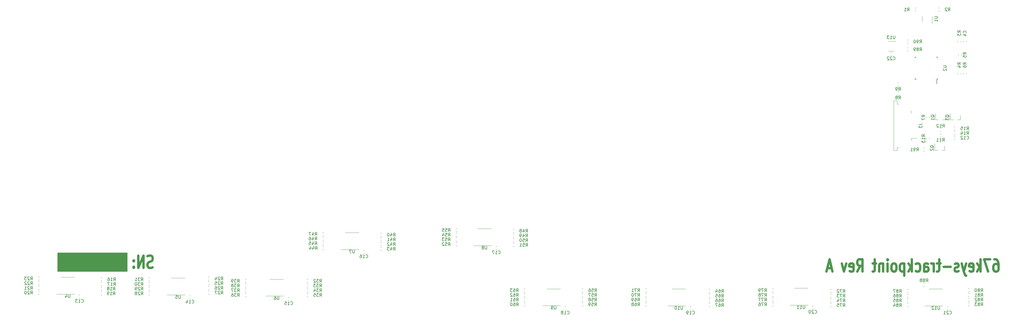
<source format=gbr>
%TF.GenerationSoftware,KiCad,Pcbnew,5.1.6+dfsg1-1~bpo10+1*%
%TF.CreationDate,2020-06-22T19:18:26-07:00*%
%TF.ProjectId,67keys-trackpoint,36376b65-7973-42d7-9472-61636b706f69,A*%
%TF.SameCoordinates,Original*%
%TF.FileFunction,Legend,Bot*%
%TF.FilePolarity,Positive*%
%FSLAX46Y46*%
G04 Gerber Fmt 4.6, Leading zero omitted, Abs format (unit mm)*
G04 Created by KiCad (PCBNEW 5.1.6+dfsg1-1~bpo10+1) date 2020-06-22 19:18:26*
%MOMM*%
%LPD*%
G01*
G04 APERTURE LIST*
%ADD10C,0.100000*%
%ADD11C,0.750000*%
%ADD12C,0.120000*%
%ADD13C,0.150000*%
G04 APERTURE END LIST*
D10*
G36*
X68326000Y-146812000D02*
G01*
X45720000Y-146812000D01*
X45720000Y-140716000D01*
X68326000Y-140716000D01*
X68326000Y-146812000D01*
G37*
X68326000Y-146812000D02*
X45720000Y-146812000D01*
X45720000Y-140716000D01*
X68326000Y-140716000D01*
X68326000Y-146812000D01*
D11*
X76548856Y-145383047D02*
X76120284Y-145573523D01*
X75405999Y-145573523D01*
X75120285Y-145383047D01*
X74977428Y-145192571D01*
X74834570Y-144811619D01*
X74834570Y-144430666D01*
X74977428Y-144049714D01*
X75120285Y-143859238D01*
X75405999Y-143668761D01*
X75977427Y-143478285D01*
X76263141Y-143287809D01*
X76405999Y-143097333D01*
X76548856Y-142716380D01*
X76548856Y-142335428D01*
X76405999Y-141954476D01*
X76263141Y-141764000D01*
X75977427Y-141573523D01*
X75263142Y-141573523D01*
X74834570Y-141764000D01*
X73548857Y-145573523D02*
X73548857Y-141573523D01*
X71834571Y-145573523D01*
X71834571Y-141573523D01*
X70406001Y-145192571D02*
X70263143Y-145383047D01*
X70406001Y-145573523D01*
X70548858Y-145383047D01*
X70406001Y-145192571D01*
X70406001Y-145573523D01*
X70406001Y-143097333D02*
X70263143Y-143287809D01*
X70406001Y-143478285D01*
X70548858Y-143287809D01*
X70406001Y-143097333D01*
X70406001Y-143478285D01*
X349368942Y-142792723D02*
X349940371Y-142792723D01*
X350226085Y-142983200D01*
X350368942Y-143173676D01*
X350654657Y-143745104D01*
X350797514Y-144507009D01*
X350797514Y-146030819D01*
X350654657Y-146411771D01*
X350511800Y-146602247D01*
X350226085Y-146792723D01*
X349654657Y-146792723D01*
X349368942Y-146602247D01*
X349226085Y-146411771D01*
X349083228Y-146030819D01*
X349083228Y-145078438D01*
X349226085Y-144697485D01*
X349368942Y-144507009D01*
X349654657Y-144316533D01*
X350226085Y-144316533D01*
X350511800Y-144507009D01*
X350654657Y-144697485D01*
X350797514Y-145078438D01*
X348083228Y-142792723D02*
X346083228Y-142792723D01*
X347368942Y-146792723D01*
X344940371Y-146792723D02*
X344940371Y-142792723D01*
X344654657Y-145268914D02*
X343797514Y-146792723D01*
X343797514Y-144126057D02*
X344940371Y-145649866D01*
X341368942Y-146602247D02*
X341654657Y-146792723D01*
X342226085Y-146792723D01*
X342511800Y-146602247D01*
X342654657Y-146221295D01*
X342654657Y-144697485D01*
X342511800Y-144316533D01*
X342226085Y-144126057D01*
X341654657Y-144126057D01*
X341368942Y-144316533D01*
X341226085Y-144697485D01*
X341226085Y-145078438D01*
X342654657Y-145459390D01*
X340226085Y-144126057D02*
X339511800Y-146792723D01*
X338797514Y-144126057D02*
X339511800Y-146792723D01*
X339797514Y-147745104D01*
X339940371Y-147935580D01*
X340226085Y-148126057D01*
X337797514Y-146602247D02*
X337511800Y-146792723D01*
X336940371Y-146792723D01*
X336654657Y-146602247D01*
X336511800Y-146221295D01*
X336511800Y-146030819D01*
X336654657Y-145649866D01*
X336940371Y-145459390D01*
X337368942Y-145459390D01*
X337654657Y-145268914D01*
X337797514Y-144887961D01*
X337797514Y-144697485D01*
X337654657Y-144316533D01*
X337368942Y-144126057D01*
X336940371Y-144126057D01*
X336654657Y-144316533D01*
X335226085Y-145268914D02*
X332940371Y-145268914D01*
X331940371Y-144126057D02*
X330797514Y-144126057D01*
X331511800Y-142792723D02*
X331511800Y-146221295D01*
X331368942Y-146602247D01*
X331083228Y-146792723D01*
X330797514Y-146792723D01*
X329797514Y-146792723D02*
X329797514Y-144126057D01*
X329797514Y-144887961D02*
X329654657Y-144507009D01*
X329511800Y-144316533D01*
X329226085Y-144126057D01*
X328940371Y-144126057D01*
X326654657Y-146792723D02*
X326654657Y-144697485D01*
X326797514Y-144316533D01*
X327083228Y-144126057D01*
X327654657Y-144126057D01*
X327940371Y-144316533D01*
X326654657Y-146602247D02*
X326940371Y-146792723D01*
X327654657Y-146792723D01*
X327940371Y-146602247D01*
X328083228Y-146221295D01*
X328083228Y-145840342D01*
X327940371Y-145459390D01*
X327654657Y-145268914D01*
X326940371Y-145268914D01*
X326654657Y-145078438D01*
X323940371Y-146602247D02*
X324226085Y-146792723D01*
X324797514Y-146792723D01*
X325083228Y-146602247D01*
X325226085Y-146411771D01*
X325368942Y-146030819D01*
X325368942Y-144887961D01*
X325226085Y-144507009D01*
X325083228Y-144316533D01*
X324797514Y-144126057D01*
X324226085Y-144126057D01*
X323940371Y-144316533D01*
X322654657Y-146792723D02*
X322654657Y-142792723D01*
X322368942Y-145268914D02*
X321511800Y-146792723D01*
X321511800Y-144126057D02*
X322654657Y-145649866D01*
X320226085Y-144126057D02*
X320226085Y-148126057D01*
X320226085Y-144316533D02*
X319940371Y-144126057D01*
X319368942Y-144126057D01*
X319083228Y-144316533D01*
X318940371Y-144507009D01*
X318797514Y-144887961D01*
X318797514Y-146030819D01*
X318940371Y-146411771D01*
X319083228Y-146602247D01*
X319368942Y-146792723D01*
X319940371Y-146792723D01*
X320226085Y-146602247D01*
X317083228Y-146792723D02*
X317368942Y-146602247D01*
X317511800Y-146411771D01*
X317654657Y-146030819D01*
X317654657Y-144887961D01*
X317511800Y-144507009D01*
X317368942Y-144316533D01*
X317083228Y-144126057D01*
X316654657Y-144126057D01*
X316368942Y-144316533D01*
X316226085Y-144507009D01*
X316083228Y-144887961D01*
X316083228Y-146030819D01*
X316226085Y-146411771D01*
X316368942Y-146602247D01*
X316654657Y-146792723D01*
X317083228Y-146792723D01*
X314797514Y-146792723D02*
X314797514Y-144126057D01*
X314797514Y-142792723D02*
X314940371Y-142983200D01*
X314797514Y-143173676D01*
X314654657Y-142983200D01*
X314797514Y-142792723D01*
X314797514Y-143173676D01*
X313368942Y-144126057D02*
X313368942Y-146792723D01*
X313368942Y-144507009D02*
X313226085Y-144316533D01*
X312940371Y-144126057D01*
X312511800Y-144126057D01*
X312226085Y-144316533D01*
X312083228Y-144697485D01*
X312083228Y-146792723D01*
X311083228Y-144126057D02*
X309940371Y-144126057D01*
X310654657Y-142792723D02*
X310654657Y-146221295D01*
X310511800Y-146602247D01*
X310226085Y-146792723D01*
X309940371Y-146792723D01*
X304940371Y-146792723D02*
X305940371Y-144887961D01*
X306654657Y-146792723D02*
X306654657Y-142792723D01*
X305511800Y-142792723D01*
X305226085Y-142983200D01*
X305083228Y-143173676D01*
X304940371Y-143554628D01*
X304940371Y-144126057D01*
X305083228Y-144507009D01*
X305226085Y-144697485D01*
X305511800Y-144887961D01*
X306654657Y-144887961D01*
X302511800Y-146602247D02*
X302797514Y-146792723D01*
X303368942Y-146792723D01*
X303654657Y-146602247D01*
X303797514Y-146221295D01*
X303797514Y-144697485D01*
X303654657Y-144316533D01*
X303368942Y-144126057D01*
X302797514Y-144126057D01*
X302511800Y-144316533D01*
X302368942Y-144697485D01*
X302368942Y-145078438D01*
X303797514Y-145459390D01*
X301368942Y-144126057D02*
X300654657Y-146792723D01*
X299940371Y-144126057D01*
X296654657Y-145649866D02*
X295226085Y-145649866D01*
X296940371Y-146792723D02*
X295940371Y-142792723D01*
X294940371Y-146792723D01*
D12*
%TO.C,U13*%
X315076000Y-72050000D02*
X317526000Y-72050000D01*
X316876000Y-75270000D02*
X315076000Y-75270000D01*
%TO.C,J3*%
X322460000Y-95355000D02*
X322460000Y-94530000D01*
X322460000Y-103485000D02*
X324260000Y-103485000D01*
X322460000Y-104310000D02*
X322460000Y-103485000D01*
X317950000Y-106465000D02*
X318490000Y-106465000D01*
X317950000Y-107490000D02*
X317950000Y-106465000D01*
X316840000Y-107490000D02*
X317950000Y-107490000D01*
X316840000Y-91350000D02*
X316840000Y-107490000D01*
X317950000Y-91350000D02*
X316840000Y-91350000D01*
X317950000Y-92375000D02*
X317950000Y-91350000D01*
X318490000Y-92375000D02*
X317950000Y-92375000D01*
%TO.C,R12*%
X331860733Y-100292000D02*
X332203267Y-100292000D01*
X331860733Y-101312000D02*
X332203267Y-101312000D01*
%TO.C,R11*%
X331806733Y-102106000D02*
X332149267Y-102106000D01*
X331806733Y-103126000D02*
X332149267Y-103126000D01*
%TO.C,R9*%
X318090733Y-85596000D02*
X318433267Y-85596000D01*
X318090733Y-86616000D02*
X318433267Y-86616000D01*
%TO.C,R8*%
X318090733Y-88390000D02*
X318433267Y-88390000D01*
X318090733Y-89410000D02*
X318433267Y-89410000D01*
%TO.C,R7*%
X328424000Y-96602733D02*
X328424000Y-96945267D01*
X327404000Y-96602733D02*
X327404000Y-96945267D01*
%TO.C,R6*%
X340362000Y-82378733D02*
X340362000Y-82721267D01*
X339342000Y-82378733D02*
X339342000Y-82721267D01*
%TO.C,R5*%
X337818000Y-76625267D02*
X337818000Y-76282733D01*
X338838000Y-76625267D02*
X338838000Y-76282733D01*
%TO.C,R4*%
X338584000Y-82378733D02*
X338584000Y-82721267D01*
X337564000Y-82378733D02*
X337564000Y-82721267D01*
%TO.C,R3*%
X337564000Y-72307267D02*
X337564000Y-71964733D01*
X338584000Y-72307267D02*
X338584000Y-71964733D01*
%TO.C,R2*%
X331641267Y-62232000D02*
X331298733Y-62232000D01*
X331641267Y-61212000D02*
X331298733Y-61212000D01*
%TO.C,R1*%
X323678733Y-61212000D02*
X324021267Y-61212000D01*
X323678733Y-62232000D02*
X324021267Y-62232000D01*
%TO.C,Q3*%
X338384000Y-97534000D02*
X338384000Y-96074000D01*
X335224000Y-97534000D02*
X335224000Y-95374000D01*
X335224000Y-97534000D02*
X336154000Y-97534000D01*
X338384000Y-97534000D02*
X337454000Y-97534000D01*
%TO.C,Q2*%
X333304000Y-107440000D02*
X333304000Y-105980000D01*
X330144000Y-107440000D02*
X330144000Y-105280000D01*
X330144000Y-107440000D02*
X331074000Y-107440000D01*
X333304000Y-107440000D02*
X332374000Y-107440000D01*
%TO.C,Q1*%
X333558000Y-97534000D02*
X333558000Y-96074000D01*
X330398000Y-97534000D02*
X330398000Y-95374000D01*
X330398000Y-97534000D02*
X331328000Y-97534000D01*
X333558000Y-97534000D02*
X332628000Y-97534000D01*
%TO.C,C4*%
X339342000Y-72307267D02*
X339342000Y-71964733D01*
X340362000Y-72307267D02*
X340362000Y-71964733D01*
%TO.C,C12*%
X336378733Y-102868000D02*
X336721267Y-102868000D01*
X336378733Y-103888000D02*
X336721267Y-103888000D01*
%TO.C,C13*%
X52660733Y-155450000D02*
X53003267Y-155450000D01*
X52660733Y-154430000D02*
X53003267Y-154430000D01*
%TO.C,C14*%
X88474733Y-154684000D02*
X88817267Y-154684000D01*
X88474733Y-155704000D02*
X88817267Y-155704000D01*
%TO.C,C15*%
X120478733Y-155192000D02*
X120821267Y-155192000D01*
X120478733Y-156212000D02*
X120821267Y-156212000D01*
%TO.C,C16*%
X144862733Y-140972000D02*
X145205267Y-140972000D01*
X144862733Y-139952000D02*
X145205267Y-139952000D01*
%TO.C,C17*%
X187788733Y-139702000D02*
X188131267Y-139702000D01*
X187788733Y-138682000D02*
X188131267Y-138682000D01*
%TO.C,C18*%
X210140733Y-158240000D02*
X210483267Y-158240000D01*
X210140733Y-159260000D02*
X210483267Y-159260000D01*
%TO.C,C19*%
X250780733Y-158240000D02*
X251123267Y-158240000D01*
X250780733Y-159260000D02*
X251123267Y-159260000D01*
%TO.C,C20*%
X290404733Y-159006000D02*
X290747267Y-159006000D01*
X290404733Y-157986000D02*
X290747267Y-157986000D01*
%TO.C,C21*%
X334092733Y-159260000D02*
X334435267Y-159260000D01*
X334092733Y-158240000D02*
X334435267Y-158240000D01*
%TO.C,C22*%
X315804733Y-76710000D02*
X316147267Y-76710000D01*
X315804733Y-75690000D02*
X316147267Y-75690000D01*
%TO.C,R13*%
X327404000Y-103460733D02*
X327404000Y-103803267D01*
X328424000Y-103460733D02*
X328424000Y-103803267D01*
%TO.C,R14*%
X336721267Y-101344000D02*
X336378733Y-101344000D01*
X336721267Y-102364000D02*
X336378733Y-102364000D01*
%TO.C,R15*%
X336721267Y-100840000D02*
X336378733Y-100840000D01*
X336721267Y-99820000D02*
X336378733Y-99820000D01*
%TO.C,R16*%
X59772733Y-149862000D02*
X60115267Y-149862000D01*
X59772733Y-148842000D02*
X60115267Y-148842000D01*
%TO.C,R17*%
X59772733Y-150366000D02*
X60115267Y-150366000D01*
X59772733Y-151386000D02*
X60115267Y-151386000D01*
%TO.C,R18*%
X59772733Y-152910000D02*
X60115267Y-152910000D01*
X59772733Y-151890000D02*
X60115267Y-151890000D01*
%TO.C,R19*%
X59772733Y-153414000D02*
X60115267Y-153414000D01*
X59772733Y-154434000D02*
X60115267Y-154434000D01*
%TO.C,R20*%
X39795267Y-153160000D02*
X39452733Y-153160000D01*
X39795267Y-154180000D02*
X39452733Y-154180000D01*
%TO.C,R21*%
X39795267Y-152656000D02*
X39452733Y-152656000D01*
X39795267Y-151636000D02*
X39452733Y-151636000D01*
%TO.C,R22*%
X39795267Y-150112000D02*
X39452733Y-150112000D01*
X39795267Y-151132000D02*
X39452733Y-151132000D01*
%TO.C,R23*%
X39795267Y-149608000D02*
X39452733Y-149608000D01*
X39795267Y-148588000D02*
X39452733Y-148588000D01*
%TO.C,R24*%
X94570733Y-148588000D02*
X94913267Y-148588000D01*
X94570733Y-149608000D02*
X94913267Y-149608000D01*
%TO.C,R25*%
X94570733Y-151132000D02*
X94913267Y-151132000D01*
X94570733Y-150112000D02*
X94913267Y-150112000D01*
%TO.C,R26*%
X94570733Y-151636000D02*
X94913267Y-151636000D01*
X94570733Y-152656000D02*
X94913267Y-152656000D01*
%TO.C,R27*%
X94570733Y-154180000D02*
X94913267Y-154180000D01*
X94570733Y-153160000D02*
X94913267Y-153160000D01*
%TO.C,R28*%
X75609267Y-154434000D02*
X75266733Y-154434000D01*
X75609267Y-153414000D02*
X75266733Y-153414000D01*
%TO.C,R29*%
X75609267Y-151890000D02*
X75266733Y-151890000D01*
X75609267Y-152910000D02*
X75266733Y-152910000D01*
%TO.C,R30*%
X75609267Y-151386000D02*
X75266733Y-151386000D01*
X75609267Y-150366000D02*
X75266733Y-150366000D01*
%TO.C,R31*%
X75609267Y-148842000D02*
X75266733Y-148842000D01*
X75609267Y-149862000D02*
X75266733Y-149862000D01*
%TO.C,R32*%
X126574733Y-150370000D02*
X126917267Y-150370000D01*
X126574733Y-149350000D02*
X126917267Y-149350000D01*
%TO.C,R33*%
X126574733Y-150874000D02*
X126917267Y-150874000D01*
X126574733Y-151894000D02*
X126917267Y-151894000D01*
%TO.C,R34*%
X126574733Y-153418000D02*
X126917267Y-153418000D01*
X126574733Y-152398000D02*
X126917267Y-152398000D01*
%TO.C,R35*%
X126574733Y-153922000D02*
X126917267Y-153922000D01*
X126574733Y-154942000D02*
X126917267Y-154942000D01*
%TO.C,R36*%
X106851267Y-153922000D02*
X106508733Y-153922000D01*
X106851267Y-154942000D02*
X106508733Y-154942000D01*
%TO.C,R37*%
X106851267Y-153418000D02*
X106508733Y-153418000D01*
X106851267Y-152398000D02*
X106508733Y-152398000D01*
%TO.C,R38*%
X106851267Y-150874000D02*
X106508733Y-150874000D01*
X106851267Y-151894000D02*
X106508733Y-151894000D01*
%TO.C,R39*%
X106851267Y-150370000D02*
X106508733Y-150370000D01*
X106851267Y-149350000D02*
X106508733Y-149350000D01*
%TO.C,R40*%
X150450733Y-134364000D02*
X150793267Y-134364000D01*
X150450733Y-135384000D02*
X150793267Y-135384000D01*
%TO.C,R41*%
X150450733Y-136908000D02*
X150793267Y-136908000D01*
X150450733Y-135888000D02*
X150793267Y-135888000D01*
%TO.C,R42*%
X150450733Y-138432000D02*
X150793267Y-138432000D01*
X150450733Y-137412000D02*
X150793267Y-137412000D01*
%TO.C,R43*%
X150450733Y-138936000D02*
X150793267Y-138936000D01*
X150450733Y-139956000D02*
X150793267Y-139956000D01*
%TO.C,R44*%
X131997267Y-138682000D02*
X131654733Y-138682000D01*
X131997267Y-139702000D02*
X131654733Y-139702000D01*
%TO.C,R45*%
X131997267Y-138178000D02*
X131654733Y-138178000D01*
X131997267Y-137158000D02*
X131654733Y-137158000D01*
%TO.C,R46*%
X131997267Y-135634000D02*
X131654733Y-135634000D01*
X131997267Y-136654000D02*
X131654733Y-136654000D01*
%TO.C,R47*%
X131997267Y-135130000D02*
X131654733Y-135130000D01*
X131997267Y-134110000D02*
X131654733Y-134110000D01*
%TO.C,R48*%
X193376733Y-134114000D02*
X193719267Y-134114000D01*
X193376733Y-133094000D02*
X193719267Y-133094000D01*
%TO.C,R49*%
X193376733Y-134618000D02*
X193719267Y-134618000D01*
X193376733Y-135638000D02*
X193719267Y-135638000D01*
%TO.C,R50*%
X193376733Y-137162000D02*
X193719267Y-137162000D01*
X193376733Y-136142000D02*
X193719267Y-136142000D01*
%TO.C,R51*%
X193376733Y-137666000D02*
X193719267Y-137666000D01*
X193376733Y-138686000D02*
X193719267Y-138686000D01*
%TO.C,R52*%
X175177267Y-137412000D02*
X174834733Y-137412000D01*
X175177267Y-138432000D02*
X174834733Y-138432000D01*
%TO.C,R53*%
X175177267Y-136908000D02*
X174834733Y-136908000D01*
X175177267Y-135888000D02*
X174834733Y-135888000D01*
%TO.C,R54*%
X175177267Y-134364000D02*
X174834733Y-134364000D01*
X175177267Y-135384000D02*
X174834733Y-135384000D01*
%TO.C,R55*%
X175177267Y-133860000D02*
X174834733Y-133860000D01*
X175177267Y-132840000D02*
X174834733Y-132840000D01*
%TO.C,R56*%
X215728733Y-153418000D02*
X216071267Y-153418000D01*
X215728733Y-152398000D02*
X216071267Y-152398000D01*
%TO.C,R57*%
X215728733Y-153922000D02*
X216071267Y-153922000D01*
X215728733Y-154942000D02*
X216071267Y-154942000D01*
%TO.C,R58*%
X215728733Y-156466000D02*
X216071267Y-156466000D01*
X215728733Y-155446000D02*
X216071267Y-155446000D01*
%TO.C,R59*%
X215728733Y-156970000D02*
X216071267Y-156970000D01*
X215728733Y-157990000D02*
X216071267Y-157990000D01*
%TO.C,R60*%
X197275267Y-156970000D02*
X196932733Y-156970000D01*
X197275267Y-157990000D02*
X196932733Y-157990000D01*
%TO.C,R61*%
X197275267Y-156466000D02*
X196932733Y-156466000D01*
X197275267Y-155446000D02*
X196932733Y-155446000D01*
%TO.C,R62*%
X197275267Y-153922000D02*
X196932733Y-153922000D01*
X197275267Y-154942000D02*
X196932733Y-154942000D01*
%TO.C,R63*%
X197275267Y-153418000D02*
X196932733Y-153418000D01*
X197275267Y-152398000D02*
X196932733Y-152398000D01*
%TO.C,R64*%
X256876733Y-153672000D02*
X257219267Y-153672000D01*
X256876733Y-152652000D02*
X257219267Y-152652000D01*
%TO.C,R65*%
X256876733Y-154176000D02*
X257219267Y-154176000D01*
X256876733Y-155196000D02*
X257219267Y-155196000D01*
%TO.C,R66*%
X256876733Y-156720000D02*
X257219267Y-156720000D01*
X256876733Y-155700000D02*
X257219267Y-155700000D01*
%TO.C,R67*%
X256876733Y-157224000D02*
X257219267Y-157224000D01*
X256876733Y-158244000D02*
X257219267Y-158244000D01*
%TO.C,R68*%
X236645267Y-156970000D02*
X236302733Y-156970000D01*
X236645267Y-157990000D02*
X236302733Y-157990000D01*
%TO.C,R69*%
X236645267Y-156466000D02*
X236302733Y-156466000D01*
X236645267Y-155446000D02*
X236302733Y-155446000D01*
%TO.C,R70*%
X236645267Y-153922000D02*
X236302733Y-153922000D01*
X236645267Y-154942000D02*
X236302733Y-154942000D01*
%TO.C,R71*%
X236645267Y-153418000D02*
X236302733Y-153418000D01*
X236645267Y-152398000D02*
X236302733Y-152398000D01*
%TO.C,R72*%
X296246733Y-153672000D02*
X296589267Y-153672000D01*
X296246733Y-152652000D02*
X296589267Y-152652000D01*
%TO.C,R73*%
X296246733Y-154176000D02*
X296589267Y-154176000D01*
X296246733Y-155196000D02*
X296589267Y-155196000D01*
%TO.C,R74*%
X296246733Y-155700000D02*
X296589267Y-155700000D01*
X296246733Y-156720000D02*
X296589267Y-156720000D01*
%TO.C,R75*%
X296246733Y-158244000D02*
X296589267Y-158244000D01*
X296246733Y-157224000D02*
X296589267Y-157224000D01*
%TO.C,R76*%
X277793267Y-157990000D02*
X277450733Y-157990000D01*
X277793267Y-156970000D02*
X277450733Y-156970000D01*
%TO.C,R77*%
X277793267Y-155446000D02*
X277450733Y-155446000D01*
X277793267Y-156466000D02*
X277450733Y-156466000D01*
%TO.C,R78*%
X277793267Y-154942000D02*
X277450733Y-154942000D01*
X277793267Y-153922000D02*
X277450733Y-153922000D01*
%TO.C,R79*%
X277793267Y-152398000D02*
X277450733Y-152398000D01*
X277793267Y-153418000D02*
X277450733Y-153418000D01*
%TO.C,R80*%
X340950733Y-153418000D02*
X341293267Y-153418000D01*
X340950733Y-152398000D02*
X341293267Y-152398000D01*
%TO.C,R81*%
X340950733Y-153922000D02*
X341293267Y-153922000D01*
X340950733Y-154942000D02*
X341293267Y-154942000D01*
%TO.C,R82*%
X340950733Y-156466000D02*
X341293267Y-156466000D01*
X340950733Y-155446000D02*
X341293267Y-155446000D01*
%TO.C,R83*%
X340950733Y-156970000D02*
X341293267Y-156970000D01*
X340950733Y-157990000D02*
X341293267Y-157990000D01*
%TO.C,R84*%
X321481267Y-157224000D02*
X321138733Y-157224000D01*
X321481267Y-158244000D02*
X321138733Y-158244000D01*
%TO.C,R85*%
X321481267Y-156720000D02*
X321138733Y-156720000D01*
X321481267Y-155700000D02*
X321138733Y-155700000D01*
%TO.C,R86*%
X321481267Y-154176000D02*
X321138733Y-154176000D01*
X321481267Y-155196000D02*
X321138733Y-155196000D01*
%TO.C,R87*%
X321481267Y-153672000D02*
X321138733Y-153672000D01*
X321481267Y-152652000D02*
X321138733Y-152652000D01*
%TO.C,R88*%
X326815267Y-150620000D02*
X326472733Y-150620000D01*
X326815267Y-151640000D02*
X326472733Y-151640000D01*
%TO.C,R89*%
X321481267Y-74166000D02*
X321138733Y-74166000D01*
X321481267Y-75186000D02*
X321138733Y-75186000D01*
%TO.C,R90*%
X321481267Y-72646000D02*
X321138733Y-72646000D01*
X321481267Y-71626000D02*
X321138733Y-71626000D01*
%TO.C,R91*%
X326815267Y-107698000D02*
X326472733Y-107698000D01*
X326815267Y-106678000D02*
X326472733Y-106678000D01*
%TO.C,U1*%
X326050000Y-65670000D02*
X326050000Y-63870000D01*
X329270000Y-63870000D02*
X329270000Y-66320000D01*
D13*
%TO.C,U2*%
X331031000Y-84397000D02*
X330806000Y-84397000D01*
X331031000Y-77147000D02*
X330706000Y-77147000D01*
X323781000Y-77147000D02*
X324106000Y-77147000D01*
X323781000Y-84397000D02*
X324106000Y-84397000D01*
X331031000Y-84397000D02*
X331031000Y-84072000D01*
X323781000Y-84397000D02*
X323781000Y-84072000D01*
X323781000Y-77147000D02*
X323781000Y-77472000D01*
X331031000Y-77147000D02*
X331031000Y-77472000D01*
X330806000Y-84397000D02*
X330806000Y-85822000D01*
D12*
%TO.C,U4*%
X49022000Y-154119000D02*
X45422000Y-154119000D01*
X49022000Y-154119000D02*
X51222000Y-154119000D01*
X49022000Y-148649000D02*
X46822000Y-148649000D01*
X49022000Y-148649000D02*
X51222000Y-148649000D01*
%TO.C,U5*%
X84836000Y-148903000D02*
X87036000Y-148903000D01*
X84836000Y-148903000D02*
X82636000Y-148903000D01*
X84836000Y-154373000D02*
X87036000Y-154373000D01*
X84836000Y-154373000D02*
X81236000Y-154373000D01*
%TO.C,U6*%
X116782001Y-154752999D02*
X113182001Y-154752999D01*
X116782001Y-154752999D02*
X118982001Y-154752999D01*
X116782001Y-149282999D02*
X114582001Y-149282999D01*
X116782001Y-149282999D02*
X118982001Y-149282999D01*
%TO.C,U7*%
X141224000Y-134171000D02*
X143424000Y-134171000D01*
X141224000Y-134171000D02*
X139024000Y-134171000D01*
X141224000Y-139641000D02*
X143424000Y-139641000D01*
X141224000Y-139641000D02*
X137624000Y-139641000D01*
%TO.C,U8*%
X184150000Y-132901000D02*
X186350000Y-132901000D01*
X184150000Y-132901000D02*
X181950000Y-132901000D01*
X184150000Y-138371000D02*
X186350000Y-138371000D01*
X184150000Y-138371000D02*
X180550000Y-138371000D01*
%TO.C,U9*%
X206588001Y-157886999D02*
X202988001Y-157886999D01*
X206588001Y-157886999D02*
X208788001Y-157886999D01*
X206588001Y-152416999D02*
X204388001Y-152416999D01*
X206588001Y-152416999D02*
X208788001Y-152416999D01*
%TO.C,U10*%
X247142000Y-152459000D02*
X249342000Y-152459000D01*
X247142000Y-152459000D02*
X244942000Y-152459000D01*
X247142000Y-157929000D02*
X249342000Y-157929000D01*
X247142000Y-157929000D02*
X243542000Y-157929000D01*
%TO.C,U11*%
X286766000Y-157675000D02*
X283166000Y-157675000D01*
X286766000Y-157675000D02*
X288966000Y-157675000D01*
X286766000Y-152205000D02*
X284566000Y-152205000D01*
X286766000Y-152205000D02*
X288966000Y-152205000D01*
%TO.C,U12*%
X330454000Y-152459000D02*
X332654000Y-152459000D01*
X330454000Y-152459000D02*
X328254000Y-152459000D01*
X330454000Y-157929000D02*
X332654000Y-157929000D01*
X330454000Y-157929000D02*
X326854000Y-157929000D01*
%TO.C,U13*%
D13*
X317214095Y-70212380D02*
X317214095Y-71021904D01*
X317166476Y-71117142D01*
X317118857Y-71164761D01*
X317023619Y-71212380D01*
X316833142Y-71212380D01*
X316737904Y-71164761D01*
X316690285Y-71117142D01*
X316642666Y-71021904D01*
X316642666Y-70212380D01*
X315642666Y-71212380D02*
X316214095Y-71212380D01*
X315928380Y-71212380D02*
X315928380Y-70212380D01*
X316023619Y-70355238D01*
X316118857Y-70450476D01*
X316214095Y-70498095D01*
X315309333Y-70212380D02*
X314690285Y-70212380D01*
X315023619Y-70593333D01*
X314880761Y-70593333D01*
X314785523Y-70640952D01*
X314737904Y-70688571D01*
X314690285Y-70783809D01*
X314690285Y-71021904D01*
X314737904Y-71117142D01*
X314785523Y-71164761D01*
X314880761Y-71212380D01*
X315166476Y-71212380D01*
X315261714Y-71164761D01*
X315309333Y-71117142D01*
%TO.C,J3*%
X325002380Y-99086666D02*
X325716666Y-99086666D01*
X325859523Y-99039047D01*
X325954761Y-98943809D01*
X326002380Y-98800952D01*
X326002380Y-98705714D01*
X325002380Y-99467619D02*
X325002380Y-100086666D01*
X325383333Y-99753333D01*
X325383333Y-99896190D01*
X325430952Y-99991428D01*
X325478571Y-100039047D01*
X325573809Y-100086666D01*
X325811904Y-100086666D01*
X325907142Y-100039047D01*
X325954761Y-99991428D01*
X326002380Y-99896190D01*
X326002380Y-99610476D01*
X325954761Y-99515238D01*
X325907142Y-99467619D01*
%TO.C,R12*%
X332674857Y-99984380D02*
X333008190Y-99508190D01*
X333246285Y-99984380D02*
X333246285Y-98984380D01*
X332865333Y-98984380D01*
X332770095Y-99032000D01*
X332722476Y-99079619D01*
X332674857Y-99174857D01*
X332674857Y-99317714D01*
X332722476Y-99412952D01*
X332770095Y-99460571D01*
X332865333Y-99508190D01*
X333246285Y-99508190D01*
X331722476Y-99984380D02*
X332293904Y-99984380D01*
X332008190Y-99984380D02*
X332008190Y-98984380D01*
X332103428Y-99127238D01*
X332198666Y-99222476D01*
X332293904Y-99270095D01*
X331341523Y-99079619D02*
X331293904Y-99032000D01*
X331198666Y-98984380D01*
X330960571Y-98984380D01*
X330865333Y-99032000D01*
X330817714Y-99079619D01*
X330770095Y-99174857D01*
X330770095Y-99270095D01*
X330817714Y-99412952D01*
X331389142Y-99984380D01*
X330770095Y-99984380D01*
%TO.C,R11*%
X332620857Y-104498380D02*
X332954190Y-104022190D01*
X333192285Y-104498380D02*
X333192285Y-103498380D01*
X332811333Y-103498380D01*
X332716095Y-103546000D01*
X332668476Y-103593619D01*
X332620857Y-103688857D01*
X332620857Y-103831714D01*
X332668476Y-103926952D01*
X332716095Y-103974571D01*
X332811333Y-104022190D01*
X333192285Y-104022190D01*
X331668476Y-104498380D02*
X332239904Y-104498380D01*
X331954190Y-104498380D02*
X331954190Y-103498380D01*
X332049428Y-103641238D01*
X332144666Y-103736476D01*
X332239904Y-103784095D01*
X330716095Y-104498380D02*
X331287523Y-104498380D01*
X331001809Y-104498380D02*
X331001809Y-103498380D01*
X331097047Y-103641238D01*
X331192285Y-103736476D01*
X331287523Y-103784095D01*
%TO.C,R9*%
X318428666Y-87988380D02*
X318762000Y-87512190D01*
X319000095Y-87988380D02*
X319000095Y-86988380D01*
X318619142Y-86988380D01*
X318523904Y-87036000D01*
X318476285Y-87083619D01*
X318428666Y-87178857D01*
X318428666Y-87321714D01*
X318476285Y-87416952D01*
X318523904Y-87464571D01*
X318619142Y-87512190D01*
X319000095Y-87512190D01*
X317952476Y-87988380D02*
X317762000Y-87988380D01*
X317666761Y-87940761D01*
X317619142Y-87893142D01*
X317523904Y-87750285D01*
X317476285Y-87559809D01*
X317476285Y-87178857D01*
X317523904Y-87083619D01*
X317571523Y-87036000D01*
X317666761Y-86988380D01*
X317857238Y-86988380D01*
X317952476Y-87036000D01*
X318000095Y-87083619D01*
X318047714Y-87178857D01*
X318047714Y-87416952D01*
X318000095Y-87512190D01*
X317952476Y-87559809D01*
X317857238Y-87607428D01*
X317666761Y-87607428D01*
X317571523Y-87559809D01*
X317523904Y-87512190D01*
X317476285Y-87416952D01*
%TO.C,R8*%
X318428666Y-90782380D02*
X318762000Y-90306190D01*
X319000095Y-90782380D02*
X319000095Y-89782380D01*
X318619142Y-89782380D01*
X318523904Y-89830000D01*
X318476285Y-89877619D01*
X318428666Y-89972857D01*
X318428666Y-90115714D01*
X318476285Y-90210952D01*
X318523904Y-90258571D01*
X318619142Y-90306190D01*
X319000095Y-90306190D01*
X317857238Y-90210952D02*
X317952476Y-90163333D01*
X318000095Y-90115714D01*
X318047714Y-90020476D01*
X318047714Y-89972857D01*
X318000095Y-89877619D01*
X317952476Y-89830000D01*
X317857238Y-89782380D01*
X317666761Y-89782380D01*
X317571523Y-89830000D01*
X317523904Y-89877619D01*
X317476285Y-89972857D01*
X317476285Y-90020476D01*
X317523904Y-90115714D01*
X317571523Y-90163333D01*
X317666761Y-90210952D01*
X317857238Y-90210952D01*
X317952476Y-90258571D01*
X318000095Y-90306190D01*
X318047714Y-90401428D01*
X318047714Y-90591904D01*
X318000095Y-90687142D01*
X317952476Y-90734761D01*
X317857238Y-90782380D01*
X317666761Y-90782380D01*
X317571523Y-90734761D01*
X317523904Y-90687142D01*
X317476285Y-90591904D01*
X317476285Y-90401428D01*
X317523904Y-90306190D01*
X317571523Y-90258571D01*
X317666761Y-90210952D01*
%TO.C,R7*%
X326936380Y-96607333D02*
X326460190Y-96274000D01*
X326936380Y-96035904D02*
X325936380Y-96035904D01*
X325936380Y-96416857D01*
X325984000Y-96512095D01*
X326031619Y-96559714D01*
X326126857Y-96607333D01*
X326269714Y-96607333D01*
X326364952Y-96559714D01*
X326412571Y-96512095D01*
X326460190Y-96416857D01*
X326460190Y-96035904D01*
X325936380Y-96940666D02*
X325936380Y-97607333D01*
X326936380Y-97178761D01*
%TO.C,R6*%
X340304380Y-79589333D02*
X339828190Y-79256000D01*
X340304380Y-79017904D02*
X339304380Y-79017904D01*
X339304380Y-79398857D01*
X339352000Y-79494095D01*
X339399619Y-79541714D01*
X339494857Y-79589333D01*
X339637714Y-79589333D01*
X339732952Y-79541714D01*
X339780571Y-79494095D01*
X339828190Y-79398857D01*
X339828190Y-79017904D01*
X339304380Y-80446476D02*
X339304380Y-80256000D01*
X339352000Y-80160761D01*
X339399619Y-80113142D01*
X339542476Y-80017904D01*
X339732952Y-79970285D01*
X340113904Y-79970285D01*
X340209142Y-80017904D01*
X340256761Y-80065523D01*
X340304380Y-80160761D01*
X340304380Y-80351238D01*
X340256761Y-80446476D01*
X340209142Y-80494095D01*
X340113904Y-80541714D01*
X339875809Y-80541714D01*
X339780571Y-80494095D01*
X339732952Y-80446476D01*
X339685333Y-80351238D01*
X339685333Y-80160761D01*
X339732952Y-80065523D01*
X339780571Y-80017904D01*
X339875809Y-79970285D01*
%TO.C,R5*%
X340304380Y-76287333D02*
X339828190Y-75954000D01*
X340304380Y-75715904D02*
X339304380Y-75715904D01*
X339304380Y-76096857D01*
X339352000Y-76192095D01*
X339399619Y-76239714D01*
X339494857Y-76287333D01*
X339637714Y-76287333D01*
X339732952Y-76239714D01*
X339780571Y-76192095D01*
X339828190Y-76096857D01*
X339828190Y-75715904D01*
X339304380Y-77192095D02*
X339304380Y-76715904D01*
X339780571Y-76668285D01*
X339732952Y-76715904D01*
X339685333Y-76811142D01*
X339685333Y-77049238D01*
X339732952Y-77144476D01*
X339780571Y-77192095D01*
X339875809Y-77239714D01*
X340113904Y-77239714D01*
X340209142Y-77192095D01*
X340256761Y-77144476D01*
X340304380Y-77049238D01*
X340304380Y-76811142D01*
X340256761Y-76715904D01*
X340209142Y-76668285D01*
%TO.C,R4*%
X338526380Y-79589333D02*
X338050190Y-79256000D01*
X338526380Y-79017904D02*
X337526380Y-79017904D01*
X337526380Y-79398857D01*
X337574000Y-79494095D01*
X337621619Y-79541714D01*
X337716857Y-79589333D01*
X337859714Y-79589333D01*
X337954952Y-79541714D01*
X338002571Y-79494095D01*
X338050190Y-79398857D01*
X338050190Y-79017904D01*
X337859714Y-80446476D02*
X338526380Y-80446476D01*
X337478761Y-80208380D02*
X338193047Y-79970285D01*
X338193047Y-80589333D01*
%TO.C,R3*%
X338526380Y-69175333D02*
X338050190Y-68842000D01*
X338526380Y-68603904D02*
X337526380Y-68603904D01*
X337526380Y-68984857D01*
X337574000Y-69080095D01*
X337621619Y-69127714D01*
X337716857Y-69175333D01*
X337859714Y-69175333D01*
X337954952Y-69127714D01*
X338002571Y-69080095D01*
X338050190Y-68984857D01*
X338050190Y-68603904D01*
X337526380Y-69508666D02*
X337526380Y-70127714D01*
X337907333Y-69794380D01*
X337907333Y-69937238D01*
X337954952Y-70032476D01*
X338002571Y-70080095D01*
X338097809Y-70127714D01*
X338335904Y-70127714D01*
X338431142Y-70080095D01*
X338478761Y-70032476D01*
X338526380Y-69937238D01*
X338526380Y-69651523D01*
X338478761Y-69556285D01*
X338431142Y-69508666D01*
%TO.C,R2*%
X334430666Y-62174380D02*
X334764000Y-61698190D01*
X335002095Y-62174380D02*
X335002095Y-61174380D01*
X334621142Y-61174380D01*
X334525904Y-61222000D01*
X334478285Y-61269619D01*
X334430666Y-61364857D01*
X334430666Y-61507714D01*
X334478285Y-61602952D01*
X334525904Y-61650571D01*
X334621142Y-61698190D01*
X335002095Y-61698190D01*
X334049714Y-61269619D02*
X334002095Y-61222000D01*
X333906857Y-61174380D01*
X333668761Y-61174380D01*
X333573523Y-61222000D01*
X333525904Y-61269619D01*
X333478285Y-61364857D01*
X333478285Y-61460095D01*
X333525904Y-61602952D01*
X334097333Y-62174380D01*
X333478285Y-62174380D01*
%TO.C,R1*%
X321234666Y-62174380D02*
X321568000Y-61698190D01*
X321806095Y-62174380D02*
X321806095Y-61174380D01*
X321425142Y-61174380D01*
X321329904Y-61222000D01*
X321282285Y-61269619D01*
X321234666Y-61364857D01*
X321234666Y-61507714D01*
X321282285Y-61602952D01*
X321329904Y-61650571D01*
X321425142Y-61698190D01*
X321806095Y-61698190D01*
X320282285Y-62174380D02*
X320853714Y-62174380D01*
X320568000Y-62174380D02*
X320568000Y-61174380D01*
X320663238Y-61317238D01*
X320758476Y-61412476D01*
X320853714Y-61460095D01*
%TO.C,Q3*%
X334851619Y-96678761D02*
X334804000Y-96583523D01*
X334708761Y-96488285D01*
X334565904Y-96345428D01*
X334518285Y-96250190D01*
X334518285Y-96154952D01*
X334756380Y-96202571D02*
X334708761Y-96107333D01*
X334613523Y-96012095D01*
X334423047Y-95964476D01*
X334089714Y-95964476D01*
X333899238Y-96012095D01*
X333804000Y-96107333D01*
X333756380Y-96202571D01*
X333756380Y-96393047D01*
X333804000Y-96488285D01*
X333899238Y-96583523D01*
X334089714Y-96631142D01*
X334423047Y-96631142D01*
X334613523Y-96583523D01*
X334708761Y-96488285D01*
X334756380Y-96393047D01*
X334756380Y-96202571D01*
X333756380Y-96964476D02*
X333756380Y-97583523D01*
X334137333Y-97250190D01*
X334137333Y-97393047D01*
X334184952Y-97488285D01*
X334232571Y-97535904D01*
X334327809Y-97583523D01*
X334565904Y-97583523D01*
X334661142Y-97535904D01*
X334708761Y-97488285D01*
X334756380Y-97393047D01*
X334756380Y-97107333D01*
X334708761Y-97012095D01*
X334661142Y-96964476D01*
%TO.C,Q2*%
X329771619Y-106584761D02*
X329724000Y-106489523D01*
X329628761Y-106394285D01*
X329485904Y-106251428D01*
X329438285Y-106156190D01*
X329438285Y-106060952D01*
X329676380Y-106108571D02*
X329628761Y-106013333D01*
X329533523Y-105918095D01*
X329343047Y-105870476D01*
X329009714Y-105870476D01*
X328819238Y-105918095D01*
X328724000Y-106013333D01*
X328676380Y-106108571D01*
X328676380Y-106299047D01*
X328724000Y-106394285D01*
X328819238Y-106489523D01*
X329009714Y-106537142D01*
X329343047Y-106537142D01*
X329533523Y-106489523D01*
X329628761Y-106394285D01*
X329676380Y-106299047D01*
X329676380Y-106108571D01*
X328771619Y-106918095D02*
X328724000Y-106965714D01*
X328676380Y-107060952D01*
X328676380Y-107299047D01*
X328724000Y-107394285D01*
X328771619Y-107441904D01*
X328866857Y-107489523D01*
X328962095Y-107489523D01*
X329104952Y-107441904D01*
X329676380Y-106870476D01*
X329676380Y-107489523D01*
%TO.C,Q1*%
X330025619Y-96678761D02*
X329978000Y-96583523D01*
X329882761Y-96488285D01*
X329739904Y-96345428D01*
X329692285Y-96250190D01*
X329692285Y-96154952D01*
X329930380Y-96202571D02*
X329882761Y-96107333D01*
X329787523Y-96012095D01*
X329597047Y-95964476D01*
X329263714Y-95964476D01*
X329073238Y-96012095D01*
X328978000Y-96107333D01*
X328930380Y-96202571D01*
X328930380Y-96393047D01*
X328978000Y-96488285D01*
X329073238Y-96583523D01*
X329263714Y-96631142D01*
X329597047Y-96631142D01*
X329787523Y-96583523D01*
X329882761Y-96488285D01*
X329930380Y-96393047D01*
X329930380Y-96202571D01*
X329930380Y-97583523D02*
X329930380Y-97012095D01*
X329930380Y-97297809D02*
X328930380Y-97297809D01*
X329073238Y-97202571D01*
X329168476Y-97107333D01*
X329216095Y-97012095D01*
%TO.C,C4*%
X340212402Y-69326313D02*
X340260021Y-69278694D01*
X340307640Y-69135837D01*
X340307640Y-69040599D01*
X340260021Y-68897741D01*
X340164783Y-68802503D01*
X340069545Y-68754884D01*
X339879069Y-68707265D01*
X339736212Y-68707265D01*
X339545736Y-68754884D01*
X339450498Y-68802503D01*
X339355260Y-68897741D01*
X339307640Y-69040599D01*
X339307640Y-69135837D01*
X339355260Y-69278694D01*
X339402879Y-69326313D01*
X339640974Y-70183456D02*
X340307640Y-70183456D01*
X339260021Y-69945360D02*
X339974307Y-69707265D01*
X339974307Y-70326313D01*
%TO.C,C12*%
X340494857Y-103735142D02*
X340542476Y-103782761D01*
X340685333Y-103830380D01*
X340780571Y-103830380D01*
X340923428Y-103782761D01*
X341018666Y-103687523D01*
X341066285Y-103592285D01*
X341113904Y-103401809D01*
X341113904Y-103258952D01*
X341066285Y-103068476D01*
X341018666Y-102973238D01*
X340923428Y-102878000D01*
X340780571Y-102830380D01*
X340685333Y-102830380D01*
X340542476Y-102878000D01*
X340494857Y-102925619D01*
X339542476Y-103830380D02*
X340113904Y-103830380D01*
X339828190Y-103830380D02*
X339828190Y-102830380D01*
X339923428Y-102973238D01*
X340018666Y-103068476D01*
X340113904Y-103116095D01*
X339161523Y-102925619D02*
X339113904Y-102878000D01*
X339018666Y-102830380D01*
X338780571Y-102830380D01*
X338685333Y-102878000D01*
X338637714Y-102925619D01*
X338590095Y-103020857D01*
X338590095Y-103116095D01*
X338637714Y-103258952D01*
X339209142Y-103830380D01*
X338590095Y-103830380D01*
%TO.C,C13*%
X53474857Y-156727142D02*
X53522476Y-156774761D01*
X53665333Y-156822380D01*
X53760571Y-156822380D01*
X53903428Y-156774761D01*
X53998666Y-156679523D01*
X54046285Y-156584285D01*
X54093904Y-156393809D01*
X54093904Y-156250952D01*
X54046285Y-156060476D01*
X53998666Y-155965238D01*
X53903428Y-155870000D01*
X53760571Y-155822380D01*
X53665333Y-155822380D01*
X53522476Y-155870000D01*
X53474857Y-155917619D01*
X52522476Y-156822380D02*
X53093904Y-156822380D01*
X52808190Y-156822380D02*
X52808190Y-155822380D01*
X52903428Y-155965238D01*
X52998666Y-156060476D01*
X53093904Y-156108095D01*
X52189142Y-155822380D02*
X51570095Y-155822380D01*
X51903428Y-156203333D01*
X51760571Y-156203333D01*
X51665333Y-156250952D01*
X51617714Y-156298571D01*
X51570095Y-156393809D01*
X51570095Y-156631904D01*
X51617714Y-156727142D01*
X51665333Y-156774761D01*
X51760571Y-156822380D01*
X52046285Y-156822380D01*
X52141523Y-156774761D01*
X52189142Y-156727142D01*
%TO.C,C14*%
X89288857Y-156981142D02*
X89336476Y-157028761D01*
X89479333Y-157076380D01*
X89574571Y-157076380D01*
X89717428Y-157028761D01*
X89812666Y-156933523D01*
X89860285Y-156838285D01*
X89907904Y-156647809D01*
X89907904Y-156504952D01*
X89860285Y-156314476D01*
X89812666Y-156219238D01*
X89717428Y-156124000D01*
X89574571Y-156076380D01*
X89479333Y-156076380D01*
X89336476Y-156124000D01*
X89288857Y-156171619D01*
X88336476Y-157076380D02*
X88907904Y-157076380D01*
X88622190Y-157076380D02*
X88622190Y-156076380D01*
X88717428Y-156219238D01*
X88812666Y-156314476D01*
X88907904Y-156362095D01*
X87479333Y-156409714D02*
X87479333Y-157076380D01*
X87717428Y-156028761D02*
X87955523Y-156743047D01*
X87336476Y-156743047D01*
%TO.C,C15*%
X121292857Y-157489142D02*
X121340476Y-157536761D01*
X121483333Y-157584380D01*
X121578571Y-157584380D01*
X121721428Y-157536761D01*
X121816666Y-157441523D01*
X121864285Y-157346285D01*
X121911904Y-157155809D01*
X121911904Y-157012952D01*
X121864285Y-156822476D01*
X121816666Y-156727238D01*
X121721428Y-156632000D01*
X121578571Y-156584380D01*
X121483333Y-156584380D01*
X121340476Y-156632000D01*
X121292857Y-156679619D01*
X120340476Y-157584380D02*
X120911904Y-157584380D01*
X120626190Y-157584380D02*
X120626190Y-156584380D01*
X120721428Y-156727238D01*
X120816666Y-156822476D01*
X120911904Y-156870095D01*
X119435714Y-156584380D02*
X119911904Y-156584380D01*
X119959523Y-157060571D01*
X119911904Y-157012952D01*
X119816666Y-156965333D01*
X119578571Y-156965333D01*
X119483333Y-157012952D01*
X119435714Y-157060571D01*
X119388095Y-157155809D01*
X119388095Y-157393904D01*
X119435714Y-157489142D01*
X119483333Y-157536761D01*
X119578571Y-157584380D01*
X119816666Y-157584380D01*
X119911904Y-157536761D01*
X119959523Y-157489142D01*
%TO.C,C16*%
X145676857Y-142249142D02*
X145724476Y-142296761D01*
X145867333Y-142344380D01*
X145962571Y-142344380D01*
X146105428Y-142296761D01*
X146200666Y-142201523D01*
X146248285Y-142106285D01*
X146295904Y-141915809D01*
X146295904Y-141772952D01*
X146248285Y-141582476D01*
X146200666Y-141487238D01*
X146105428Y-141392000D01*
X145962571Y-141344380D01*
X145867333Y-141344380D01*
X145724476Y-141392000D01*
X145676857Y-141439619D01*
X144724476Y-142344380D02*
X145295904Y-142344380D01*
X145010190Y-142344380D02*
X145010190Y-141344380D01*
X145105428Y-141487238D01*
X145200666Y-141582476D01*
X145295904Y-141630095D01*
X143867333Y-141344380D02*
X144057809Y-141344380D01*
X144153047Y-141392000D01*
X144200666Y-141439619D01*
X144295904Y-141582476D01*
X144343523Y-141772952D01*
X144343523Y-142153904D01*
X144295904Y-142249142D01*
X144248285Y-142296761D01*
X144153047Y-142344380D01*
X143962571Y-142344380D01*
X143867333Y-142296761D01*
X143819714Y-142249142D01*
X143772095Y-142153904D01*
X143772095Y-141915809D01*
X143819714Y-141820571D01*
X143867333Y-141772952D01*
X143962571Y-141725333D01*
X144153047Y-141725333D01*
X144248285Y-141772952D01*
X144295904Y-141820571D01*
X144343523Y-141915809D01*
%TO.C,C17*%
X188602857Y-140979142D02*
X188650476Y-141026761D01*
X188793333Y-141074380D01*
X188888571Y-141074380D01*
X189031428Y-141026761D01*
X189126666Y-140931523D01*
X189174285Y-140836285D01*
X189221904Y-140645809D01*
X189221904Y-140502952D01*
X189174285Y-140312476D01*
X189126666Y-140217238D01*
X189031428Y-140122000D01*
X188888571Y-140074380D01*
X188793333Y-140074380D01*
X188650476Y-140122000D01*
X188602857Y-140169619D01*
X187650476Y-141074380D02*
X188221904Y-141074380D01*
X187936190Y-141074380D02*
X187936190Y-140074380D01*
X188031428Y-140217238D01*
X188126666Y-140312476D01*
X188221904Y-140360095D01*
X187317142Y-140074380D02*
X186650476Y-140074380D01*
X187079047Y-141074380D01*
%TO.C,C18*%
X210954857Y-160537142D02*
X211002476Y-160584761D01*
X211145333Y-160632380D01*
X211240571Y-160632380D01*
X211383428Y-160584761D01*
X211478666Y-160489523D01*
X211526285Y-160394285D01*
X211573904Y-160203809D01*
X211573904Y-160060952D01*
X211526285Y-159870476D01*
X211478666Y-159775238D01*
X211383428Y-159680000D01*
X211240571Y-159632380D01*
X211145333Y-159632380D01*
X211002476Y-159680000D01*
X210954857Y-159727619D01*
X210002476Y-160632380D02*
X210573904Y-160632380D01*
X210288190Y-160632380D02*
X210288190Y-159632380D01*
X210383428Y-159775238D01*
X210478666Y-159870476D01*
X210573904Y-159918095D01*
X209431047Y-160060952D02*
X209526285Y-160013333D01*
X209573904Y-159965714D01*
X209621523Y-159870476D01*
X209621523Y-159822857D01*
X209573904Y-159727619D01*
X209526285Y-159680000D01*
X209431047Y-159632380D01*
X209240571Y-159632380D01*
X209145333Y-159680000D01*
X209097714Y-159727619D01*
X209050095Y-159822857D01*
X209050095Y-159870476D01*
X209097714Y-159965714D01*
X209145333Y-160013333D01*
X209240571Y-160060952D01*
X209431047Y-160060952D01*
X209526285Y-160108571D01*
X209573904Y-160156190D01*
X209621523Y-160251428D01*
X209621523Y-160441904D01*
X209573904Y-160537142D01*
X209526285Y-160584761D01*
X209431047Y-160632380D01*
X209240571Y-160632380D01*
X209145333Y-160584761D01*
X209097714Y-160537142D01*
X209050095Y-160441904D01*
X209050095Y-160251428D01*
X209097714Y-160156190D01*
X209145333Y-160108571D01*
X209240571Y-160060952D01*
%TO.C,C19*%
X251594857Y-160537142D02*
X251642476Y-160584761D01*
X251785333Y-160632380D01*
X251880571Y-160632380D01*
X252023428Y-160584761D01*
X252118666Y-160489523D01*
X252166285Y-160394285D01*
X252213904Y-160203809D01*
X252213904Y-160060952D01*
X252166285Y-159870476D01*
X252118666Y-159775238D01*
X252023428Y-159680000D01*
X251880571Y-159632380D01*
X251785333Y-159632380D01*
X251642476Y-159680000D01*
X251594857Y-159727619D01*
X250642476Y-160632380D02*
X251213904Y-160632380D01*
X250928190Y-160632380D02*
X250928190Y-159632380D01*
X251023428Y-159775238D01*
X251118666Y-159870476D01*
X251213904Y-159918095D01*
X250166285Y-160632380D02*
X249975809Y-160632380D01*
X249880571Y-160584761D01*
X249832952Y-160537142D01*
X249737714Y-160394285D01*
X249690095Y-160203809D01*
X249690095Y-159822857D01*
X249737714Y-159727619D01*
X249785333Y-159680000D01*
X249880571Y-159632380D01*
X250071047Y-159632380D01*
X250166285Y-159680000D01*
X250213904Y-159727619D01*
X250261523Y-159822857D01*
X250261523Y-160060952D01*
X250213904Y-160156190D01*
X250166285Y-160203809D01*
X250071047Y-160251428D01*
X249880571Y-160251428D01*
X249785333Y-160203809D01*
X249737714Y-160156190D01*
X249690095Y-160060952D01*
%TO.C,C20*%
X291218857Y-160283142D02*
X291266476Y-160330761D01*
X291409333Y-160378380D01*
X291504571Y-160378380D01*
X291647428Y-160330761D01*
X291742666Y-160235523D01*
X291790285Y-160140285D01*
X291837904Y-159949809D01*
X291837904Y-159806952D01*
X291790285Y-159616476D01*
X291742666Y-159521238D01*
X291647428Y-159426000D01*
X291504571Y-159378380D01*
X291409333Y-159378380D01*
X291266476Y-159426000D01*
X291218857Y-159473619D01*
X290837904Y-159473619D02*
X290790285Y-159426000D01*
X290695047Y-159378380D01*
X290456952Y-159378380D01*
X290361714Y-159426000D01*
X290314095Y-159473619D01*
X290266476Y-159568857D01*
X290266476Y-159664095D01*
X290314095Y-159806952D01*
X290885523Y-160378380D01*
X290266476Y-160378380D01*
X289647428Y-159378380D02*
X289552190Y-159378380D01*
X289456952Y-159426000D01*
X289409333Y-159473619D01*
X289361714Y-159568857D01*
X289314095Y-159759333D01*
X289314095Y-159997428D01*
X289361714Y-160187904D01*
X289409333Y-160283142D01*
X289456952Y-160330761D01*
X289552190Y-160378380D01*
X289647428Y-160378380D01*
X289742666Y-160330761D01*
X289790285Y-160283142D01*
X289837904Y-160187904D01*
X289885523Y-159997428D01*
X289885523Y-159759333D01*
X289837904Y-159568857D01*
X289790285Y-159473619D01*
X289742666Y-159426000D01*
X289647428Y-159378380D01*
%TO.C,C21*%
X334906857Y-160537142D02*
X334954476Y-160584761D01*
X335097333Y-160632380D01*
X335192571Y-160632380D01*
X335335428Y-160584761D01*
X335430666Y-160489523D01*
X335478285Y-160394285D01*
X335525904Y-160203809D01*
X335525904Y-160060952D01*
X335478285Y-159870476D01*
X335430666Y-159775238D01*
X335335428Y-159680000D01*
X335192571Y-159632380D01*
X335097333Y-159632380D01*
X334954476Y-159680000D01*
X334906857Y-159727619D01*
X334525904Y-159727619D02*
X334478285Y-159680000D01*
X334383047Y-159632380D01*
X334144952Y-159632380D01*
X334049714Y-159680000D01*
X334002095Y-159727619D01*
X333954476Y-159822857D01*
X333954476Y-159918095D01*
X334002095Y-160060952D01*
X334573523Y-160632380D01*
X333954476Y-160632380D01*
X333002095Y-160632380D02*
X333573523Y-160632380D01*
X333287809Y-160632380D02*
X333287809Y-159632380D01*
X333383047Y-159775238D01*
X333478285Y-159870476D01*
X333573523Y-159918095D01*
%TO.C,C22*%
X316618857Y-77987142D02*
X316666476Y-78034761D01*
X316809333Y-78082380D01*
X316904571Y-78082380D01*
X317047428Y-78034761D01*
X317142666Y-77939523D01*
X317190285Y-77844285D01*
X317237904Y-77653809D01*
X317237904Y-77510952D01*
X317190285Y-77320476D01*
X317142666Y-77225238D01*
X317047428Y-77130000D01*
X316904571Y-77082380D01*
X316809333Y-77082380D01*
X316666476Y-77130000D01*
X316618857Y-77177619D01*
X316237904Y-77177619D02*
X316190285Y-77130000D01*
X316095047Y-77082380D01*
X315856952Y-77082380D01*
X315761714Y-77130000D01*
X315714095Y-77177619D01*
X315666476Y-77272857D01*
X315666476Y-77368095D01*
X315714095Y-77510952D01*
X316285523Y-78082380D01*
X315666476Y-78082380D01*
X315285523Y-77177619D02*
X315237904Y-77130000D01*
X315142666Y-77082380D01*
X314904571Y-77082380D01*
X314809333Y-77130000D01*
X314761714Y-77177619D01*
X314714095Y-77272857D01*
X314714095Y-77368095D01*
X314761714Y-77510952D01*
X315333142Y-78082380D01*
X314714095Y-78082380D01*
%TO.C,R13*%
X326936380Y-102989142D02*
X326460190Y-102655809D01*
X326936380Y-102417714D02*
X325936380Y-102417714D01*
X325936380Y-102798666D01*
X325984000Y-102893904D01*
X326031619Y-102941523D01*
X326126857Y-102989142D01*
X326269714Y-102989142D01*
X326364952Y-102941523D01*
X326412571Y-102893904D01*
X326460190Y-102798666D01*
X326460190Y-102417714D01*
X326936380Y-103941523D02*
X326936380Y-103370095D01*
X326936380Y-103655809D02*
X325936380Y-103655809D01*
X326079238Y-103560571D01*
X326174476Y-103465333D01*
X326222095Y-103370095D01*
X325936380Y-104274857D02*
X325936380Y-104893904D01*
X326317333Y-104560571D01*
X326317333Y-104703428D01*
X326364952Y-104798666D01*
X326412571Y-104846285D01*
X326507809Y-104893904D01*
X326745904Y-104893904D01*
X326841142Y-104846285D01*
X326888761Y-104798666D01*
X326936380Y-104703428D01*
X326936380Y-104417714D01*
X326888761Y-104322476D01*
X326841142Y-104274857D01*
%TO.C,R14*%
X340494857Y-102306380D02*
X340828190Y-101830190D01*
X341066285Y-102306380D02*
X341066285Y-101306380D01*
X340685333Y-101306380D01*
X340590095Y-101354000D01*
X340542476Y-101401619D01*
X340494857Y-101496857D01*
X340494857Y-101639714D01*
X340542476Y-101734952D01*
X340590095Y-101782571D01*
X340685333Y-101830190D01*
X341066285Y-101830190D01*
X339542476Y-102306380D02*
X340113904Y-102306380D01*
X339828190Y-102306380D02*
X339828190Y-101306380D01*
X339923428Y-101449238D01*
X340018666Y-101544476D01*
X340113904Y-101592095D01*
X338685333Y-101639714D02*
X338685333Y-102306380D01*
X338923428Y-101258761D02*
X339161523Y-101973047D01*
X338542476Y-101973047D01*
%TO.C,R15*%
X340494857Y-100782380D02*
X340828190Y-100306190D01*
X341066285Y-100782380D02*
X341066285Y-99782380D01*
X340685333Y-99782380D01*
X340590095Y-99830000D01*
X340542476Y-99877619D01*
X340494857Y-99972857D01*
X340494857Y-100115714D01*
X340542476Y-100210952D01*
X340590095Y-100258571D01*
X340685333Y-100306190D01*
X341066285Y-100306190D01*
X339542476Y-100782380D02*
X340113904Y-100782380D01*
X339828190Y-100782380D02*
X339828190Y-99782380D01*
X339923428Y-99925238D01*
X340018666Y-100020476D01*
X340113904Y-100068095D01*
X338637714Y-99782380D02*
X339113904Y-99782380D01*
X339161523Y-100258571D01*
X339113904Y-100210952D01*
X339018666Y-100163333D01*
X338780571Y-100163333D01*
X338685333Y-100210952D01*
X338637714Y-100258571D01*
X338590095Y-100353809D01*
X338590095Y-100591904D01*
X338637714Y-100687142D01*
X338685333Y-100734761D01*
X338780571Y-100782380D01*
X339018666Y-100782380D01*
X339113904Y-100734761D01*
X339161523Y-100687142D01*
%TO.C,R16*%
X63888857Y-149804380D02*
X64222190Y-149328190D01*
X64460285Y-149804380D02*
X64460285Y-148804380D01*
X64079333Y-148804380D01*
X63984095Y-148852000D01*
X63936476Y-148899619D01*
X63888857Y-148994857D01*
X63888857Y-149137714D01*
X63936476Y-149232952D01*
X63984095Y-149280571D01*
X64079333Y-149328190D01*
X64460285Y-149328190D01*
X62936476Y-149804380D02*
X63507904Y-149804380D01*
X63222190Y-149804380D02*
X63222190Y-148804380D01*
X63317428Y-148947238D01*
X63412666Y-149042476D01*
X63507904Y-149090095D01*
X62079333Y-148804380D02*
X62269809Y-148804380D01*
X62365047Y-148852000D01*
X62412666Y-148899619D01*
X62507904Y-149042476D01*
X62555523Y-149232952D01*
X62555523Y-149613904D01*
X62507904Y-149709142D01*
X62460285Y-149756761D01*
X62365047Y-149804380D01*
X62174571Y-149804380D01*
X62079333Y-149756761D01*
X62031714Y-149709142D01*
X61984095Y-149613904D01*
X61984095Y-149375809D01*
X62031714Y-149280571D01*
X62079333Y-149232952D01*
X62174571Y-149185333D01*
X62365047Y-149185333D01*
X62460285Y-149232952D01*
X62507904Y-149280571D01*
X62555523Y-149375809D01*
%TO.C,R17*%
X63888857Y-151328380D02*
X64222190Y-150852190D01*
X64460285Y-151328380D02*
X64460285Y-150328380D01*
X64079333Y-150328380D01*
X63984095Y-150376000D01*
X63936476Y-150423619D01*
X63888857Y-150518857D01*
X63888857Y-150661714D01*
X63936476Y-150756952D01*
X63984095Y-150804571D01*
X64079333Y-150852190D01*
X64460285Y-150852190D01*
X62936476Y-151328380D02*
X63507904Y-151328380D01*
X63222190Y-151328380D02*
X63222190Y-150328380D01*
X63317428Y-150471238D01*
X63412666Y-150566476D01*
X63507904Y-150614095D01*
X62603142Y-150328380D02*
X61936476Y-150328380D01*
X62365047Y-151328380D01*
%TO.C,R18*%
X63761857Y-152852380D02*
X64095190Y-152376190D01*
X64333285Y-152852380D02*
X64333285Y-151852380D01*
X63952333Y-151852380D01*
X63857095Y-151900000D01*
X63809476Y-151947619D01*
X63761857Y-152042857D01*
X63761857Y-152185714D01*
X63809476Y-152280952D01*
X63857095Y-152328571D01*
X63952333Y-152376190D01*
X64333285Y-152376190D01*
X62809476Y-152852380D02*
X63380904Y-152852380D01*
X63095190Y-152852380D02*
X63095190Y-151852380D01*
X63190428Y-151995238D01*
X63285666Y-152090476D01*
X63380904Y-152138095D01*
X62238047Y-152280952D02*
X62333285Y-152233333D01*
X62380904Y-152185714D01*
X62428523Y-152090476D01*
X62428523Y-152042857D01*
X62380904Y-151947619D01*
X62333285Y-151900000D01*
X62238047Y-151852380D01*
X62047571Y-151852380D01*
X61952333Y-151900000D01*
X61904714Y-151947619D01*
X61857095Y-152042857D01*
X61857095Y-152090476D01*
X61904714Y-152185714D01*
X61952333Y-152233333D01*
X62047571Y-152280952D01*
X62238047Y-152280952D01*
X62333285Y-152328571D01*
X62380904Y-152376190D01*
X62428523Y-152471428D01*
X62428523Y-152661904D01*
X62380904Y-152757142D01*
X62333285Y-152804761D01*
X62238047Y-152852380D01*
X62047571Y-152852380D01*
X61952333Y-152804761D01*
X61904714Y-152757142D01*
X61857095Y-152661904D01*
X61857095Y-152471428D01*
X61904714Y-152376190D01*
X61952333Y-152328571D01*
X62047571Y-152280952D01*
%TO.C,R19*%
X63761857Y-154376380D02*
X64095190Y-153900190D01*
X64333285Y-154376380D02*
X64333285Y-153376380D01*
X63952333Y-153376380D01*
X63857095Y-153424000D01*
X63809476Y-153471619D01*
X63761857Y-153566857D01*
X63761857Y-153709714D01*
X63809476Y-153804952D01*
X63857095Y-153852571D01*
X63952333Y-153900190D01*
X64333285Y-153900190D01*
X62809476Y-154376380D02*
X63380904Y-154376380D01*
X63095190Y-154376380D02*
X63095190Y-153376380D01*
X63190428Y-153519238D01*
X63285666Y-153614476D01*
X63380904Y-153662095D01*
X62333285Y-154376380D02*
X62142809Y-154376380D01*
X62047571Y-154328761D01*
X61999952Y-154281142D01*
X61904714Y-154138285D01*
X61857095Y-153947809D01*
X61857095Y-153566857D01*
X61904714Y-153471619D01*
X61952333Y-153424000D01*
X62047571Y-153376380D01*
X62238047Y-153376380D01*
X62333285Y-153424000D01*
X62380904Y-153471619D01*
X62428523Y-153566857D01*
X62428523Y-153804952D01*
X62380904Y-153900190D01*
X62333285Y-153947809D01*
X62238047Y-153995428D01*
X62047571Y-153995428D01*
X61952333Y-153947809D01*
X61904714Y-153900190D01*
X61857095Y-153804952D01*
%TO.C,R20*%
X36964857Y-154122380D02*
X37298190Y-153646190D01*
X37536285Y-154122380D02*
X37536285Y-153122380D01*
X37155333Y-153122380D01*
X37060095Y-153170000D01*
X37012476Y-153217619D01*
X36964857Y-153312857D01*
X36964857Y-153455714D01*
X37012476Y-153550952D01*
X37060095Y-153598571D01*
X37155333Y-153646190D01*
X37536285Y-153646190D01*
X36583904Y-153217619D02*
X36536285Y-153170000D01*
X36441047Y-153122380D01*
X36202952Y-153122380D01*
X36107714Y-153170000D01*
X36060095Y-153217619D01*
X36012476Y-153312857D01*
X36012476Y-153408095D01*
X36060095Y-153550952D01*
X36631523Y-154122380D01*
X36012476Y-154122380D01*
X35393428Y-153122380D02*
X35298190Y-153122380D01*
X35202952Y-153170000D01*
X35155333Y-153217619D01*
X35107714Y-153312857D01*
X35060095Y-153503333D01*
X35060095Y-153741428D01*
X35107714Y-153931904D01*
X35155333Y-154027142D01*
X35202952Y-154074761D01*
X35298190Y-154122380D01*
X35393428Y-154122380D01*
X35488666Y-154074761D01*
X35536285Y-154027142D01*
X35583904Y-153931904D01*
X35631523Y-153741428D01*
X35631523Y-153503333D01*
X35583904Y-153312857D01*
X35536285Y-153217619D01*
X35488666Y-153170000D01*
X35393428Y-153122380D01*
%TO.C,R21*%
X36964857Y-152598380D02*
X37298190Y-152122190D01*
X37536285Y-152598380D02*
X37536285Y-151598380D01*
X37155333Y-151598380D01*
X37060095Y-151646000D01*
X37012476Y-151693619D01*
X36964857Y-151788857D01*
X36964857Y-151931714D01*
X37012476Y-152026952D01*
X37060095Y-152074571D01*
X37155333Y-152122190D01*
X37536285Y-152122190D01*
X36583904Y-151693619D02*
X36536285Y-151646000D01*
X36441047Y-151598380D01*
X36202952Y-151598380D01*
X36107714Y-151646000D01*
X36060095Y-151693619D01*
X36012476Y-151788857D01*
X36012476Y-151884095D01*
X36060095Y-152026952D01*
X36631523Y-152598380D01*
X36012476Y-152598380D01*
X35060095Y-152598380D02*
X35631523Y-152598380D01*
X35345809Y-152598380D02*
X35345809Y-151598380D01*
X35441047Y-151741238D01*
X35536285Y-151836476D01*
X35631523Y-151884095D01*
%TO.C,R22*%
X36964857Y-151074380D02*
X37298190Y-150598190D01*
X37536285Y-151074380D02*
X37536285Y-150074380D01*
X37155333Y-150074380D01*
X37060095Y-150122000D01*
X37012476Y-150169619D01*
X36964857Y-150264857D01*
X36964857Y-150407714D01*
X37012476Y-150502952D01*
X37060095Y-150550571D01*
X37155333Y-150598190D01*
X37536285Y-150598190D01*
X36583904Y-150169619D02*
X36536285Y-150122000D01*
X36441047Y-150074380D01*
X36202952Y-150074380D01*
X36107714Y-150122000D01*
X36060095Y-150169619D01*
X36012476Y-150264857D01*
X36012476Y-150360095D01*
X36060095Y-150502952D01*
X36631523Y-151074380D01*
X36012476Y-151074380D01*
X35631523Y-150169619D02*
X35583904Y-150122000D01*
X35488666Y-150074380D01*
X35250571Y-150074380D01*
X35155333Y-150122000D01*
X35107714Y-150169619D01*
X35060095Y-150264857D01*
X35060095Y-150360095D01*
X35107714Y-150502952D01*
X35679142Y-151074380D01*
X35060095Y-151074380D01*
%TO.C,R23*%
X36964857Y-149550380D02*
X37298190Y-149074190D01*
X37536285Y-149550380D02*
X37536285Y-148550380D01*
X37155333Y-148550380D01*
X37060095Y-148598000D01*
X37012476Y-148645619D01*
X36964857Y-148740857D01*
X36964857Y-148883714D01*
X37012476Y-148978952D01*
X37060095Y-149026571D01*
X37155333Y-149074190D01*
X37536285Y-149074190D01*
X36583904Y-148645619D02*
X36536285Y-148598000D01*
X36441047Y-148550380D01*
X36202952Y-148550380D01*
X36107714Y-148598000D01*
X36060095Y-148645619D01*
X36012476Y-148740857D01*
X36012476Y-148836095D01*
X36060095Y-148978952D01*
X36631523Y-149550380D01*
X36012476Y-149550380D01*
X35679142Y-148550380D02*
X35060095Y-148550380D01*
X35393428Y-148931333D01*
X35250571Y-148931333D01*
X35155333Y-148978952D01*
X35107714Y-149026571D01*
X35060095Y-149121809D01*
X35060095Y-149359904D01*
X35107714Y-149455142D01*
X35155333Y-149502761D01*
X35250571Y-149550380D01*
X35536285Y-149550380D01*
X35631523Y-149502761D01*
X35679142Y-149455142D01*
%TO.C,R24*%
X98686857Y-149550380D02*
X99020190Y-149074190D01*
X99258285Y-149550380D02*
X99258285Y-148550380D01*
X98877333Y-148550380D01*
X98782095Y-148598000D01*
X98734476Y-148645619D01*
X98686857Y-148740857D01*
X98686857Y-148883714D01*
X98734476Y-148978952D01*
X98782095Y-149026571D01*
X98877333Y-149074190D01*
X99258285Y-149074190D01*
X98305904Y-148645619D02*
X98258285Y-148598000D01*
X98163047Y-148550380D01*
X97924952Y-148550380D01*
X97829714Y-148598000D01*
X97782095Y-148645619D01*
X97734476Y-148740857D01*
X97734476Y-148836095D01*
X97782095Y-148978952D01*
X98353523Y-149550380D01*
X97734476Y-149550380D01*
X96877333Y-148883714D02*
X96877333Y-149550380D01*
X97115428Y-148502761D02*
X97353523Y-149217047D01*
X96734476Y-149217047D01*
%TO.C,R25*%
X98686857Y-151074380D02*
X99020190Y-150598190D01*
X99258285Y-151074380D02*
X99258285Y-150074380D01*
X98877333Y-150074380D01*
X98782095Y-150122000D01*
X98734476Y-150169619D01*
X98686857Y-150264857D01*
X98686857Y-150407714D01*
X98734476Y-150502952D01*
X98782095Y-150550571D01*
X98877333Y-150598190D01*
X99258285Y-150598190D01*
X98305904Y-150169619D02*
X98258285Y-150122000D01*
X98163047Y-150074380D01*
X97924952Y-150074380D01*
X97829714Y-150122000D01*
X97782095Y-150169619D01*
X97734476Y-150264857D01*
X97734476Y-150360095D01*
X97782095Y-150502952D01*
X98353523Y-151074380D01*
X97734476Y-151074380D01*
X96829714Y-150074380D02*
X97305904Y-150074380D01*
X97353523Y-150550571D01*
X97305904Y-150502952D01*
X97210666Y-150455333D01*
X96972571Y-150455333D01*
X96877333Y-150502952D01*
X96829714Y-150550571D01*
X96782095Y-150645809D01*
X96782095Y-150883904D01*
X96829714Y-150979142D01*
X96877333Y-151026761D01*
X96972571Y-151074380D01*
X97210666Y-151074380D01*
X97305904Y-151026761D01*
X97353523Y-150979142D01*
%TO.C,R26*%
X98686857Y-152598380D02*
X99020190Y-152122190D01*
X99258285Y-152598380D02*
X99258285Y-151598380D01*
X98877333Y-151598380D01*
X98782095Y-151646000D01*
X98734476Y-151693619D01*
X98686857Y-151788857D01*
X98686857Y-151931714D01*
X98734476Y-152026952D01*
X98782095Y-152074571D01*
X98877333Y-152122190D01*
X99258285Y-152122190D01*
X98305904Y-151693619D02*
X98258285Y-151646000D01*
X98163047Y-151598380D01*
X97924952Y-151598380D01*
X97829714Y-151646000D01*
X97782095Y-151693619D01*
X97734476Y-151788857D01*
X97734476Y-151884095D01*
X97782095Y-152026952D01*
X98353523Y-152598380D01*
X97734476Y-152598380D01*
X96877333Y-151598380D02*
X97067809Y-151598380D01*
X97163047Y-151646000D01*
X97210666Y-151693619D01*
X97305904Y-151836476D01*
X97353523Y-152026952D01*
X97353523Y-152407904D01*
X97305904Y-152503142D01*
X97258285Y-152550761D01*
X97163047Y-152598380D01*
X96972571Y-152598380D01*
X96877333Y-152550761D01*
X96829714Y-152503142D01*
X96782095Y-152407904D01*
X96782095Y-152169809D01*
X96829714Y-152074571D01*
X96877333Y-152026952D01*
X96972571Y-151979333D01*
X97163047Y-151979333D01*
X97258285Y-152026952D01*
X97305904Y-152074571D01*
X97353523Y-152169809D01*
%TO.C,R27*%
X98686857Y-154122380D02*
X99020190Y-153646190D01*
X99258285Y-154122380D02*
X99258285Y-153122380D01*
X98877333Y-153122380D01*
X98782095Y-153170000D01*
X98734476Y-153217619D01*
X98686857Y-153312857D01*
X98686857Y-153455714D01*
X98734476Y-153550952D01*
X98782095Y-153598571D01*
X98877333Y-153646190D01*
X99258285Y-153646190D01*
X98305904Y-153217619D02*
X98258285Y-153170000D01*
X98163047Y-153122380D01*
X97924952Y-153122380D01*
X97829714Y-153170000D01*
X97782095Y-153217619D01*
X97734476Y-153312857D01*
X97734476Y-153408095D01*
X97782095Y-153550952D01*
X98353523Y-154122380D01*
X97734476Y-154122380D01*
X97401142Y-153122380D02*
X96734476Y-153122380D01*
X97163047Y-154122380D01*
%TO.C,R28*%
X72778857Y-154376380D02*
X73112190Y-153900190D01*
X73350285Y-154376380D02*
X73350285Y-153376380D01*
X72969333Y-153376380D01*
X72874095Y-153424000D01*
X72826476Y-153471619D01*
X72778857Y-153566857D01*
X72778857Y-153709714D01*
X72826476Y-153804952D01*
X72874095Y-153852571D01*
X72969333Y-153900190D01*
X73350285Y-153900190D01*
X72397904Y-153471619D02*
X72350285Y-153424000D01*
X72255047Y-153376380D01*
X72016952Y-153376380D01*
X71921714Y-153424000D01*
X71874095Y-153471619D01*
X71826476Y-153566857D01*
X71826476Y-153662095D01*
X71874095Y-153804952D01*
X72445523Y-154376380D01*
X71826476Y-154376380D01*
X71255047Y-153804952D02*
X71350285Y-153757333D01*
X71397904Y-153709714D01*
X71445523Y-153614476D01*
X71445523Y-153566857D01*
X71397904Y-153471619D01*
X71350285Y-153424000D01*
X71255047Y-153376380D01*
X71064571Y-153376380D01*
X70969333Y-153424000D01*
X70921714Y-153471619D01*
X70874095Y-153566857D01*
X70874095Y-153614476D01*
X70921714Y-153709714D01*
X70969333Y-153757333D01*
X71064571Y-153804952D01*
X71255047Y-153804952D01*
X71350285Y-153852571D01*
X71397904Y-153900190D01*
X71445523Y-153995428D01*
X71445523Y-154185904D01*
X71397904Y-154281142D01*
X71350285Y-154328761D01*
X71255047Y-154376380D01*
X71064571Y-154376380D01*
X70969333Y-154328761D01*
X70921714Y-154281142D01*
X70874095Y-154185904D01*
X70874095Y-153995428D01*
X70921714Y-153900190D01*
X70969333Y-153852571D01*
X71064571Y-153804952D01*
%TO.C,R29*%
X72778857Y-152852380D02*
X73112190Y-152376190D01*
X73350285Y-152852380D02*
X73350285Y-151852380D01*
X72969333Y-151852380D01*
X72874095Y-151900000D01*
X72826476Y-151947619D01*
X72778857Y-152042857D01*
X72778857Y-152185714D01*
X72826476Y-152280952D01*
X72874095Y-152328571D01*
X72969333Y-152376190D01*
X73350285Y-152376190D01*
X72397904Y-151947619D02*
X72350285Y-151900000D01*
X72255047Y-151852380D01*
X72016952Y-151852380D01*
X71921714Y-151900000D01*
X71874095Y-151947619D01*
X71826476Y-152042857D01*
X71826476Y-152138095D01*
X71874095Y-152280952D01*
X72445523Y-152852380D01*
X71826476Y-152852380D01*
X71350285Y-152852380D02*
X71159809Y-152852380D01*
X71064571Y-152804761D01*
X71016952Y-152757142D01*
X70921714Y-152614285D01*
X70874095Y-152423809D01*
X70874095Y-152042857D01*
X70921714Y-151947619D01*
X70969333Y-151900000D01*
X71064571Y-151852380D01*
X71255047Y-151852380D01*
X71350285Y-151900000D01*
X71397904Y-151947619D01*
X71445523Y-152042857D01*
X71445523Y-152280952D01*
X71397904Y-152376190D01*
X71350285Y-152423809D01*
X71255047Y-152471428D01*
X71064571Y-152471428D01*
X70969333Y-152423809D01*
X70921714Y-152376190D01*
X70874095Y-152280952D01*
%TO.C,R30*%
X72778857Y-151328380D02*
X73112190Y-150852190D01*
X73350285Y-151328380D02*
X73350285Y-150328380D01*
X72969333Y-150328380D01*
X72874095Y-150376000D01*
X72826476Y-150423619D01*
X72778857Y-150518857D01*
X72778857Y-150661714D01*
X72826476Y-150756952D01*
X72874095Y-150804571D01*
X72969333Y-150852190D01*
X73350285Y-150852190D01*
X72445523Y-150328380D02*
X71826476Y-150328380D01*
X72159809Y-150709333D01*
X72016952Y-150709333D01*
X71921714Y-150756952D01*
X71874095Y-150804571D01*
X71826476Y-150899809D01*
X71826476Y-151137904D01*
X71874095Y-151233142D01*
X71921714Y-151280761D01*
X72016952Y-151328380D01*
X72302666Y-151328380D01*
X72397904Y-151280761D01*
X72445523Y-151233142D01*
X71207428Y-150328380D02*
X71112190Y-150328380D01*
X71016952Y-150376000D01*
X70969333Y-150423619D01*
X70921714Y-150518857D01*
X70874095Y-150709333D01*
X70874095Y-150947428D01*
X70921714Y-151137904D01*
X70969333Y-151233142D01*
X71016952Y-151280761D01*
X71112190Y-151328380D01*
X71207428Y-151328380D01*
X71302666Y-151280761D01*
X71350285Y-151233142D01*
X71397904Y-151137904D01*
X71445523Y-150947428D01*
X71445523Y-150709333D01*
X71397904Y-150518857D01*
X71350285Y-150423619D01*
X71302666Y-150376000D01*
X71207428Y-150328380D01*
%TO.C,R31*%
X72778857Y-149804380D02*
X73112190Y-149328190D01*
X73350285Y-149804380D02*
X73350285Y-148804380D01*
X72969333Y-148804380D01*
X72874095Y-148852000D01*
X72826476Y-148899619D01*
X72778857Y-148994857D01*
X72778857Y-149137714D01*
X72826476Y-149232952D01*
X72874095Y-149280571D01*
X72969333Y-149328190D01*
X73350285Y-149328190D01*
X72445523Y-148804380D02*
X71826476Y-148804380D01*
X72159809Y-149185333D01*
X72016952Y-149185333D01*
X71921714Y-149232952D01*
X71874095Y-149280571D01*
X71826476Y-149375809D01*
X71826476Y-149613904D01*
X71874095Y-149709142D01*
X71921714Y-149756761D01*
X72016952Y-149804380D01*
X72302666Y-149804380D01*
X72397904Y-149756761D01*
X72445523Y-149709142D01*
X70874095Y-149804380D02*
X71445523Y-149804380D01*
X71159809Y-149804380D02*
X71159809Y-148804380D01*
X71255047Y-148947238D01*
X71350285Y-149042476D01*
X71445523Y-149090095D01*
%TO.C,R32*%
X130690857Y-150312380D02*
X131024190Y-149836190D01*
X131262285Y-150312380D02*
X131262285Y-149312380D01*
X130881333Y-149312380D01*
X130786095Y-149360000D01*
X130738476Y-149407619D01*
X130690857Y-149502857D01*
X130690857Y-149645714D01*
X130738476Y-149740952D01*
X130786095Y-149788571D01*
X130881333Y-149836190D01*
X131262285Y-149836190D01*
X130357523Y-149312380D02*
X129738476Y-149312380D01*
X130071809Y-149693333D01*
X129928952Y-149693333D01*
X129833714Y-149740952D01*
X129786095Y-149788571D01*
X129738476Y-149883809D01*
X129738476Y-150121904D01*
X129786095Y-150217142D01*
X129833714Y-150264761D01*
X129928952Y-150312380D01*
X130214666Y-150312380D01*
X130309904Y-150264761D01*
X130357523Y-150217142D01*
X129357523Y-149407619D02*
X129309904Y-149360000D01*
X129214666Y-149312380D01*
X128976571Y-149312380D01*
X128881333Y-149360000D01*
X128833714Y-149407619D01*
X128786095Y-149502857D01*
X128786095Y-149598095D01*
X128833714Y-149740952D01*
X129405142Y-150312380D01*
X128786095Y-150312380D01*
%TO.C,R33*%
X130690857Y-151836380D02*
X131024190Y-151360190D01*
X131262285Y-151836380D02*
X131262285Y-150836380D01*
X130881333Y-150836380D01*
X130786095Y-150884000D01*
X130738476Y-150931619D01*
X130690857Y-151026857D01*
X130690857Y-151169714D01*
X130738476Y-151264952D01*
X130786095Y-151312571D01*
X130881333Y-151360190D01*
X131262285Y-151360190D01*
X130357523Y-150836380D02*
X129738476Y-150836380D01*
X130071809Y-151217333D01*
X129928952Y-151217333D01*
X129833714Y-151264952D01*
X129786095Y-151312571D01*
X129738476Y-151407809D01*
X129738476Y-151645904D01*
X129786095Y-151741142D01*
X129833714Y-151788761D01*
X129928952Y-151836380D01*
X130214666Y-151836380D01*
X130309904Y-151788761D01*
X130357523Y-151741142D01*
X129405142Y-150836380D02*
X128786095Y-150836380D01*
X129119428Y-151217333D01*
X128976571Y-151217333D01*
X128881333Y-151264952D01*
X128833714Y-151312571D01*
X128786095Y-151407809D01*
X128786095Y-151645904D01*
X128833714Y-151741142D01*
X128881333Y-151788761D01*
X128976571Y-151836380D01*
X129262285Y-151836380D01*
X129357523Y-151788761D01*
X129405142Y-151741142D01*
%TO.C,R34*%
X130690857Y-153360380D02*
X131024190Y-152884190D01*
X131262285Y-153360380D02*
X131262285Y-152360380D01*
X130881333Y-152360380D01*
X130786095Y-152408000D01*
X130738476Y-152455619D01*
X130690857Y-152550857D01*
X130690857Y-152693714D01*
X130738476Y-152788952D01*
X130786095Y-152836571D01*
X130881333Y-152884190D01*
X131262285Y-152884190D01*
X130357523Y-152360380D02*
X129738476Y-152360380D01*
X130071809Y-152741333D01*
X129928952Y-152741333D01*
X129833714Y-152788952D01*
X129786095Y-152836571D01*
X129738476Y-152931809D01*
X129738476Y-153169904D01*
X129786095Y-153265142D01*
X129833714Y-153312761D01*
X129928952Y-153360380D01*
X130214666Y-153360380D01*
X130309904Y-153312761D01*
X130357523Y-153265142D01*
X128881333Y-152693714D02*
X128881333Y-153360380D01*
X129119428Y-152312761D02*
X129357523Y-153027047D01*
X128738476Y-153027047D01*
%TO.C,R35*%
X130690857Y-154884380D02*
X131024190Y-154408190D01*
X131262285Y-154884380D02*
X131262285Y-153884380D01*
X130881333Y-153884380D01*
X130786095Y-153932000D01*
X130738476Y-153979619D01*
X130690857Y-154074857D01*
X130690857Y-154217714D01*
X130738476Y-154312952D01*
X130786095Y-154360571D01*
X130881333Y-154408190D01*
X131262285Y-154408190D01*
X130357523Y-153884380D02*
X129738476Y-153884380D01*
X130071809Y-154265333D01*
X129928952Y-154265333D01*
X129833714Y-154312952D01*
X129786095Y-154360571D01*
X129738476Y-154455809D01*
X129738476Y-154693904D01*
X129786095Y-154789142D01*
X129833714Y-154836761D01*
X129928952Y-154884380D01*
X130214666Y-154884380D01*
X130309904Y-154836761D01*
X130357523Y-154789142D01*
X128833714Y-153884380D02*
X129309904Y-153884380D01*
X129357523Y-154360571D01*
X129309904Y-154312952D01*
X129214666Y-154265333D01*
X128976571Y-154265333D01*
X128881333Y-154312952D01*
X128833714Y-154360571D01*
X128786095Y-154455809D01*
X128786095Y-154693904D01*
X128833714Y-154789142D01*
X128881333Y-154836761D01*
X128976571Y-154884380D01*
X129214666Y-154884380D01*
X129309904Y-154836761D01*
X129357523Y-154789142D01*
%TO.C,R36*%
X104020857Y-154884380D02*
X104354190Y-154408190D01*
X104592285Y-154884380D02*
X104592285Y-153884380D01*
X104211333Y-153884380D01*
X104116095Y-153932000D01*
X104068476Y-153979619D01*
X104020857Y-154074857D01*
X104020857Y-154217714D01*
X104068476Y-154312952D01*
X104116095Y-154360571D01*
X104211333Y-154408190D01*
X104592285Y-154408190D01*
X103687523Y-153884380D02*
X103068476Y-153884380D01*
X103401809Y-154265333D01*
X103258952Y-154265333D01*
X103163714Y-154312952D01*
X103116095Y-154360571D01*
X103068476Y-154455809D01*
X103068476Y-154693904D01*
X103116095Y-154789142D01*
X103163714Y-154836761D01*
X103258952Y-154884380D01*
X103544666Y-154884380D01*
X103639904Y-154836761D01*
X103687523Y-154789142D01*
X102211333Y-153884380D02*
X102401809Y-153884380D01*
X102497047Y-153932000D01*
X102544666Y-153979619D01*
X102639904Y-154122476D01*
X102687523Y-154312952D01*
X102687523Y-154693904D01*
X102639904Y-154789142D01*
X102592285Y-154836761D01*
X102497047Y-154884380D01*
X102306571Y-154884380D01*
X102211333Y-154836761D01*
X102163714Y-154789142D01*
X102116095Y-154693904D01*
X102116095Y-154455809D01*
X102163714Y-154360571D01*
X102211333Y-154312952D01*
X102306571Y-154265333D01*
X102497047Y-154265333D01*
X102592285Y-154312952D01*
X102639904Y-154360571D01*
X102687523Y-154455809D01*
%TO.C,R37*%
X104020857Y-153360380D02*
X104354190Y-152884190D01*
X104592285Y-153360380D02*
X104592285Y-152360380D01*
X104211333Y-152360380D01*
X104116095Y-152408000D01*
X104068476Y-152455619D01*
X104020857Y-152550857D01*
X104020857Y-152693714D01*
X104068476Y-152788952D01*
X104116095Y-152836571D01*
X104211333Y-152884190D01*
X104592285Y-152884190D01*
X103687523Y-152360380D02*
X103068476Y-152360380D01*
X103401809Y-152741333D01*
X103258952Y-152741333D01*
X103163714Y-152788952D01*
X103116095Y-152836571D01*
X103068476Y-152931809D01*
X103068476Y-153169904D01*
X103116095Y-153265142D01*
X103163714Y-153312761D01*
X103258952Y-153360380D01*
X103544666Y-153360380D01*
X103639904Y-153312761D01*
X103687523Y-153265142D01*
X102735142Y-152360380D02*
X102068476Y-152360380D01*
X102497047Y-153360380D01*
%TO.C,R38*%
X104020857Y-151836380D02*
X104354190Y-151360190D01*
X104592285Y-151836380D02*
X104592285Y-150836380D01*
X104211333Y-150836380D01*
X104116095Y-150884000D01*
X104068476Y-150931619D01*
X104020857Y-151026857D01*
X104020857Y-151169714D01*
X104068476Y-151264952D01*
X104116095Y-151312571D01*
X104211333Y-151360190D01*
X104592285Y-151360190D01*
X103687523Y-150836380D02*
X103068476Y-150836380D01*
X103401809Y-151217333D01*
X103258952Y-151217333D01*
X103163714Y-151264952D01*
X103116095Y-151312571D01*
X103068476Y-151407809D01*
X103068476Y-151645904D01*
X103116095Y-151741142D01*
X103163714Y-151788761D01*
X103258952Y-151836380D01*
X103544666Y-151836380D01*
X103639904Y-151788761D01*
X103687523Y-151741142D01*
X102497047Y-151264952D02*
X102592285Y-151217333D01*
X102639904Y-151169714D01*
X102687523Y-151074476D01*
X102687523Y-151026857D01*
X102639904Y-150931619D01*
X102592285Y-150884000D01*
X102497047Y-150836380D01*
X102306571Y-150836380D01*
X102211333Y-150884000D01*
X102163714Y-150931619D01*
X102116095Y-151026857D01*
X102116095Y-151074476D01*
X102163714Y-151169714D01*
X102211333Y-151217333D01*
X102306571Y-151264952D01*
X102497047Y-151264952D01*
X102592285Y-151312571D01*
X102639904Y-151360190D01*
X102687523Y-151455428D01*
X102687523Y-151645904D01*
X102639904Y-151741142D01*
X102592285Y-151788761D01*
X102497047Y-151836380D01*
X102306571Y-151836380D01*
X102211333Y-151788761D01*
X102163714Y-151741142D01*
X102116095Y-151645904D01*
X102116095Y-151455428D01*
X102163714Y-151360190D01*
X102211333Y-151312571D01*
X102306571Y-151264952D01*
%TO.C,R39*%
X104020857Y-150312380D02*
X104354190Y-149836190D01*
X104592285Y-150312380D02*
X104592285Y-149312380D01*
X104211333Y-149312380D01*
X104116095Y-149360000D01*
X104068476Y-149407619D01*
X104020857Y-149502857D01*
X104020857Y-149645714D01*
X104068476Y-149740952D01*
X104116095Y-149788571D01*
X104211333Y-149836190D01*
X104592285Y-149836190D01*
X103687523Y-149312380D02*
X103068476Y-149312380D01*
X103401809Y-149693333D01*
X103258952Y-149693333D01*
X103163714Y-149740952D01*
X103116095Y-149788571D01*
X103068476Y-149883809D01*
X103068476Y-150121904D01*
X103116095Y-150217142D01*
X103163714Y-150264761D01*
X103258952Y-150312380D01*
X103544666Y-150312380D01*
X103639904Y-150264761D01*
X103687523Y-150217142D01*
X102592285Y-150312380D02*
X102401809Y-150312380D01*
X102306571Y-150264761D01*
X102258952Y-150217142D01*
X102163714Y-150074285D01*
X102116095Y-149883809D01*
X102116095Y-149502857D01*
X102163714Y-149407619D01*
X102211333Y-149360000D01*
X102306571Y-149312380D01*
X102497047Y-149312380D01*
X102592285Y-149360000D01*
X102639904Y-149407619D01*
X102687523Y-149502857D01*
X102687523Y-149740952D01*
X102639904Y-149836190D01*
X102592285Y-149883809D01*
X102497047Y-149931428D01*
X102306571Y-149931428D01*
X102211333Y-149883809D01*
X102163714Y-149836190D01*
X102116095Y-149740952D01*
%TO.C,R40*%
X154566857Y-135326380D02*
X154900190Y-134850190D01*
X155138285Y-135326380D02*
X155138285Y-134326380D01*
X154757333Y-134326380D01*
X154662095Y-134374000D01*
X154614476Y-134421619D01*
X154566857Y-134516857D01*
X154566857Y-134659714D01*
X154614476Y-134754952D01*
X154662095Y-134802571D01*
X154757333Y-134850190D01*
X155138285Y-134850190D01*
X153709714Y-134659714D02*
X153709714Y-135326380D01*
X153947809Y-134278761D02*
X154185904Y-134993047D01*
X153566857Y-134993047D01*
X152995428Y-134326380D02*
X152900190Y-134326380D01*
X152804952Y-134374000D01*
X152757333Y-134421619D01*
X152709714Y-134516857D01*
X152662095Y-134707333D01*
X152662095Y-134945428D01*
X152709714Y-135135904D01*
X152757333Y-135231142D01*
X152804952Y-135278761D01*
X152900190Y-135326380D01*
X152995428Y-135326380D01*
X153090666Y-135278761D01*
X153138285Y-135231142D01*
X153185904Y-135135904D01*
X153233523Y-134945428D01*
X153233523Y-134707333D01*
X153185904Y-134516857D01*
X153138285Y-134421619D01*
X153090666Y-134374000D01*
X152995428Y-134326380D01*
%TO.C,R41*%
X154566857Y-136850380D02*
X154900190Y-136374190D01*
X155138285Y-136850380D02*
X155138285Y-135850380D01*
X154757333Y-135850380D01*
X154662095Y-135898000D01*
X154614476Y-135945619D01*
X154566857Y-136040857D01*
X154566857Y-136183714D01*
X154614476Y-136278952D01*
X154662095Y-136326571D01*
X154757333Y-136374190D01*
X155138285Y-136374190D01*
X153709714Y-136183714D02*
X153709714Y-136850380D01*
X153947809Y-135802761D02*
X154185904Y-136517047D01*
X153566857Y-136517047D01*
X152662095Y-136850380D02*
X153233523Y-136850380D01*
X152947809Y-136850380D02*
X152947809Y-135850380D01*
X153043047Y-135993238D01*
X153138285Y-136088476D01*
X153233523Y-136136095D01*
%TO.C,R42*%
X154566857Y-138374380D02*
X154900190Y-137898190D01*
X155138285Y-138374380D02*
X155138285Y-137374380D01*
X154757333Y-137374380D01*
X154662095Y-137422000D01*
X154614476Y-137469619D01*
X154566857Y-137564857D01*
X154566857Y-137707714D01*
X154614476Y-137802952D01*
X154662095Y-137850571D01*
X154757333Y-137898190D01*
X155138285Y-137898190D01*
X153709714Y-137707714D02*
X153709714Y-138374380D01*
X153947809Y-137326761D02*
X154185904Y-138041047D01*
X153566857Y-138041047D01*
X153233523Y-137469619D02*
X153185904Y-137422000D01*
X153090666Y-137374380D01*
X152852571Y-137374380D01*
X152757333Y-137422000D01*
X152709714Y-137469619D01*
X152662095Y-137564857D01*
X152662095Y-137660095D01*
X152709714Y-137802952D01*
X153281142Y-138374380D01*
X152662095Y-138374380D01*
%TO.C,R43*%
X154566857Y-139898380D02*
X154900190Y-139422190D01*
X155138285Y-139898380D02*
X155138285Y-138898380D01*
X154757333Y-138898380D01*
X154662095Y-138946000D01*
X154614476Y-138993619D01*
X154566857Y-139088857D01*
X154566857Y-139231714D01*
X154614476Y-139326952D01*
X154662095Y-139374571D01*
X154757333Y-139422190D01*
X155138285Y-139422190D01*
X153709714Y-139231714D02*
X153709714Y-139898380D01*
X153947809Y-138850761D02*
X154185904Y-139565047D01*
X153566857Y-139565047D01*
X153281142Y-138898380D02*
X152662095Y-138898380D01*
X152995428Y-139279333D01*
X152852571Y-139279333D01*
X152757333Y-139326952D01*
X152709714Y-139374571D01*
X152662095Y-139469809D01*
X152662095Y-139707904D01*
X152709714Y-139803142D01*
X152757333Y-139850761D01*
X152852571Y-139898380D01*
X153138285Y-139898380D01*
X153233523Y-139850761D01*
X153281142Y-139803142D01*
%TO.C,R44*%
X129279857Y-139644380D02*
X129613190Y-139168190D01*
X129851285Y-139644380D02*
X129851285Y-138644380D01*
X129470333Y-138644380D01*
X129375095Y-138692000D01*
X129327476Y-138739619D01*
X129279857Y-138834857D01*
X129279857Y-138977714D01*
X129327476Y-139072952D01*
X129375095Y-139120571D01*
X129470333Y-139168190D01*
X129851285Y-139168190D01*
X128422714Y-138977714D02*
X128422714Y-139644380D01*
X128660809Y-138596761D02*
X128898904Y-139311047D01*
X128279857Y-139311047D01*
X127470333Y-138977714D02*
X127470333Y-139644380D01*
X127708428Y-138596761D02*
X127946523Y-139311047D01*
X127327476Y-139311047D01*
%TO.C,R45*%
X129166857Y-138120380D02*
X129500190Y-137644190D01*
X129738285Y-138120380D02*
X129738285Y-137120380D01*
X129357333Y-137120380D01*
X129262095Y-137168000D01*
X129214476Y-137215619D01*
X129166857Y-137310857D01*
X129166857Y-137453714D01*
X129214476Y-137548952D01*
X129262095Y-137596571D01*
X129357333Y-137644190D01*
X129738285Y-137644190D01*
X128309714Y-137453714D02*
X128309714Y-138120380D01*
X128547809Y-137072761D02*
X128785904Y-137787047D01*
X128166857Y-137787047D01*
X127309714Y-137120380D02*
X127785904Y-137120380D01*
X127833523Y-137596571D01*
X127785904Y-137548952D01*
X127690666Y-137501333D01*
X127452571Y-137501333D01*
X127357333Y-137548952D01*
X127309714Y-137596571D01*
X127262095Y-137691809D01*
X127262095Y-137929904D01*
X127309714Y-138025142D01*
X127357333Y-138072761D01*
X127452571Y-138120380D01*
X127690666Y-138120380D01*
X127785904Y-138072761D01*
X127833523Y-138025142D01*
%TO.C,R46*%
X129166857Y-136596380D02*
X129500190Y-136120190D01*
X129738285Y-136596380D02*
X129738285Y-135596380D01*
X129357333Y-135596380D01*
X129262095Y-135644000D01*
X129214476Y-135691619D01*
X129166857Y-135786857D01*
X129166857Y-135929714D01*
X129214476Y-136024952D01*
X129262095Y-136072571D01*
X129357333Y-136120190D01*
X129738285Y-136120190D01*
X128309714Y-135929714D02*
X128309714Y-136596380D01*
X128547809Y-135548761D02*
X128785904Y-136263047D01*
X128166857Y-136263047D01*
X127357333Y-135596380D02*
X127547809Y-135596380D01*
X127643047Y-135644000D01*
X127690666Y-135691619D01*
X127785904Y-135834476D01*
X127833523Y-136024952D01*
X127833523Y-136405904D01*
X127785904Y-136501142D01*
X127738285Y-136548761D01*
X127643047Y-136596380D01*
X127452571Y-136596380D01*
X127357333Y-136548761D01*
X127309714Y-136501142D01*
X127262095Y-136405904D01*
X127262095Y-136167809D01*
X127309714Y-136072571D01*
X127357333Y-136024952D01*
X127452571Y-135977333D01*
X127643047Y-135977333D01*
X127738285Y-136024952D01*
X127785904Y-136072571D01*
X127833523Y-136167809D01*
%TO.C,R47*%
X129166857Y-135072380D02*
X129500190Y-134596190D01*
X129738285Y-135072380D02*
X129738285Y-134072380D01*
X129357333Y-134072380D01*
X129262095Y-134120000D01*
X129214476Y-134167619D01*
X129166857Y-134262857D01*
X129166857Y-134405714D01*
X129214476Y-134500952D01*
X129262095Y-134548571D01*
X129357333Y-134596190D01*
X129738285Y-134596190D01*
X128309714Y-134405714D02*
X128309714Y-135072380D01*
X128547809Y-134024761D02*
X128785904Y-134739047D01*
X128166857Y-134739047D01*
X127881142Y-134072380D02*
X127214476Y-134072380D01*
X127643047Y-135072380D01*
%TO.C,R48*%
X197492857Y-134056380D02*
X197826190Y-133580190D01*
X198064285Y-134056380D02*
X198064285Y-133056380D01*
X197683333Y-133056380D01*
X197588095Y-133104000D01*
X197540476Y-133151619D01*
X197492857Y-133246857D01*
X197492857Y-133389714D01*
X197540476Y-133484952D01*
X197588095Y-133532571D01*
X197683333Y-133580190D01*
X198064285Y-133580190D01*
X196635714Y-133389714D02*
X196635714Y-134056380D01*
X196873809Y-133008761D02*
X197111904Y-133723047D01*
X196492857Y-133723047D01*
X195969047Y-133484952D02*
X196064285Y-133437333D01*
X196111904Y-133389714D01*
X196159523Y-133294476D01*
X196159523Y-133246857D01*
X196111904Y-133151619D01*
X196064285Y-133104000D01*
X195969047Y-133056380D01*
X195778571Y-133056380D01*
X195683333Y-133104000D01*
X195635714Y-133151619D01*
X195588095Y-133246857D01*
X195588095Y-133294476D01*
X195635714Y-133389714D01*
X195683333Y-133437333D01*
X195778571Y-133484952D01*
X195969047Y-133484952D01*
X196064285Y-133532571D01*
X196111904Y-133580190D01*
X196159523Y-133675428D01*
X196159523Y-133865904D01*
X196111904Y-133961142D01*
X196064285Y-134008761D01*
X195969047Y-134056380D01*
X195778571Y-134056380D01*
X195683333Y-134008761D01*
X195635714Y-133961142D01*
X195588095Y-133865904D01*
X195588095Y-133675428D01*
X195635714Y-133580190D01*
X195683333Y-133532571D01*
X195778571Y-133484952D01*
%TO.C,R49*%
X197492857Y-135580380D02*
X197826190Y-135104190D01*
X198064285Y-135580380D02*
X198064285Y-134580380D01*
X197683333Y-134580380D01*
X197588095Y-134628000D01*
X197540476Y-134675619D01*
X197492857Y-134770857D01*
X197492857Y-134913714D01*
X197540476Y-135008952D01*
X197588095Y-135056571D01*
X197683333Y-135104190D01*
X198064285Y-135104190D01*
X196635714Y-134913714D02*
X196635714Y-135580380D01*
X196873809Y-134532761D02*
X197111904Y-135247047D01*
X196492857Y-135247047D01*
X196064285Y-135580380D02*
X195873809Y-135580380D01*
X195778571Y-135532761D01*
X195730952Y-135485142D01*
X195635714Y-135342285D01*
X195588095Y-135151809D01*
X195588095Y-134770857D01*
X195635714Y-134675619D01*
X195683333Y-134628000D01*
X195778571Y-134580380D01*
X195969047Y-134580380D01*
X196064285Y-134628000D01*
X196111904Y-134675619D01*
X196159523Y-134770857D01*
X196159523Y-135008952D01*
X196111904Y-135104190D01*
X196064285Y-135151809D01*
X195969047Y-135199428D01*
X195778571Y-135199428D01*
X195683333Y-135151809D01*
X195635714Y-135104190D01*
X195588095Y-135008952D01*
%TO.C,R50*%
X197492857Y-137104380D02*
X197826190Y-136628190D01*
X198064285Y-137104380D02*
X198064285Y-136104380D01*
X197683333Y-136104380D01*
X197588095Y-136152000D01*
X197540476Y-136199619D01*
X197492857Y-136294857D01*
X197492857Y-136437714D01*
X197540476Y-136532952D01*
X197588095Y-136580571D01*
X197683333Y-136628190D01*
X198064285Y-136628190D01*
X196588095Y-136104380D02*
X197064285Y-136104380D01*
X197111904Y-136580571D01*
X197064285Y-136532952D01*
X196969047Y-136485333D01*
X196730952Y-136485333D01*
X196635714Y-136532952D01*
X196588095Y-136580571D01*
X196540476Y-136675809D01*
X196540476Y-136913904D01*
X196588095Y-137009142D01*
X196635714Y-137056761D01*
X196730952Y-137104380D01*
X196969047Y-137104380D01*
X197064285Y-137056761D01*
X197111904Y-137009142D01*
X195921428Y-136104380D02*
X195826190Y-136104380D01*
X195730952Y-136152000D01*
X195683333Y-136199619D01*
X195635714Y-136294857D01*
X195588095Y-136485333D01*
X195588095Y-136723428D01*
X195635714Y-136913904D01*
X195683333Y-137009142D01*
X195730952Y-137056761D01*
X195826190Y-137104380D01*
X195921428Y-137104380D01*
X196016666Y-137056761D01*
X196064285Y-137009142D01*
X196111904Y-136913904D01*
X196159523Y-136723428D01*
X196159523Y-136485333D01*
X196111904Y-136294857D01*
X196064285Y-136199619D01*
X196016666Y-136152000D01*
X195921428Y-136104380D01*
%TO.C,R51*%
X197492857Y-138628380D02*
X197826190Y-138152190D01*
X198064285Y-138628380D02*
X198064285Y-137628380D01*
X197683333Y-137628380D01*
X197588095Y-137676000D01*
X197540476Y-137723619D01*
X197492857Y-137818857D01*
X197492857Y-137961714D01*
X197540476Y-138056952D01*
X197588095Y-138104571D01*
X197683333Y-138152190D01*
X198064285Y-138152190D01*
X196588095Y-137628380D02*
X197064285Y-137628380D01*
X197111904Y-138104571D01*
X197064285Y-138056952D01*
X196969047Y-138009333D01*
X196730952Y-138009333D01*
X196635714Y-138056952D01*
X196588095Y-138104571D01*
X196540476Y-138199809D01*
X196540476Y-138437904D01*
X196588095Y-138533142D01*
X196635714Y-138580761D01*
X196730952Y-138628380D01*
X196969047Y-138628380D01*
X197064285Y-138580761D01*
X197111904Y-138533142D01*
X195588095Y-138628380D02*
X196159523Y-138628380D01*
X195873809Y-138628380D02*
X195873809Y-137628380D01*
X195969047Y-137771238D01*
X196064285Y-137866476D01*
X196159523Y-137914095D01*
%TO.C,R52*%
X172346857Y-138374380D02*
X172680190Y-137898190D01*
X172918285Y-138374380D02*
X172918285Y-137374380D01*
X172537333Y-137374380D01*
X172442095Y-137422000D01*
X172394476Y-137469619D01*
X172346857Y-137564857D01*
X172346857Y-137707714D01*
X172394476Y-137802952D01*
X172442095Y-137850571D01*
X172537333Y-137898190D01*
X172918285Y-137898190D01*
X171442095Y-137374380D02*
X171918285Y-137374380D01*
X171965904Y-137850571D01*
X171918285Y-137802952D01*
X171823047Y-137755333D01*
X171584952Y-137755333D01*
X171489714Y-137802952D01*
X171442095Y-137850571D01*
X171394476Y-137945809D01*
X171394476Y-138183904D01*
X171442095Y-138279142D01*
X171489714Y-138326761D01*
X171584952Y-138374380D01*
X171823047Y-138374380D01*
X171918285Y-138326761D01*
X171965904Y-138279142D01*
X171013523Y-137469619D02*
X170965904Y-137422000D01*
X170870666Y-137374380D01*
X170632571Y-137374380D01*
X170537333Y-137422000D01*
X170489714Y-137469619D01*
X170442095Y-137564857D01*
X170442095Y-137660095D01*
X170489714Y-137802952D01*
X171061142Y-138374380D01*
X170442095Y-138374380D01*
%TO.C,R53*%
X172346857Y-136850380D02*
X172680190Y-136374190D01*
X172918285Y-136850380D02*
X172918285Y-135850380D01*
X172537333Y-135850380D01*
X172442095Y-135898000D01*
X172394476Y-135945619D01*
X172346857Y-136040857D01*
X172346857Y-136183714D01*
X172394476Y-136278952D01*
X172442095Y-136326571D01*
X172537333Y-136374190D01*
X172918285Y-136374190D01*
X171442095Y-135850380D02*
X171918285Y-135850380D01*
X171965904Y-136326571D01*
X171918285Y-136278952D01*
X171823047Y-136231333D01*
X171584952Y-136231333D01*
X171489714Y-136278952D01*
X171442095Y-136326571D01*
X171394476Y-136421809D01*
X171394476Y-136659904D01*
X171442095Y-136755142D01*
X171489714Y-136802761D01*
X171584952Y-136850380D01*
X171823047Y-136850380D01*
X171918285Y-136802761D01*
X171965904Y-136755142D01*
X171061142Y-135850380D02*
X170442095Y-135850380D01*
X170775428Y-136231333D01*
X170632571Y-136231333D01*
X170537333Y-136278952D01*
X170489714Y-136326571D01*
X170442095Y-136421809D01*
X170442095Y-136659904D01*
X170489714Y-136755142D01*
X170537333Y-136802761D01*
X170632571Y-136850380D01*
X170918285Y-136850380D01*
X171013523Y-136802761D01*
X171061142Y-136755142D01*
%TO.C,R54*%
X172346857Y-135326380D02*
X172680190Y-134850190D01*
X172918285Y-135326380D02*
X172918285Y-134326380D01*
X172537333Y-134326380D01*
X172442095Y-134374000D01*
X172394476Y-134421619D01*
X172346857Y-134516857D01*
X172346857Y-134659714D01*
X172394476Y-134754952D01*
X172442095Y-134802571D01*
X172537333Y-134850190D01*
X172918285Y-134850190D01*
X171442095Y-134326380D02*
X171918285Y-134326380D01*
X171965904Y-134802571D01*
X171918285Y-134754952D01*
X171823047Y-134707333D01*
X171584952Y-134707333D01*
X171489714Y-134754952D01*
X171442095Y-134802571D01*
X171394476Y-134897809D01*
X171394476Y-135135904D01*
X171442095Y-135231142D01*
X171489714Y-135278761D01*
X171584952Y-135326380D01*
X171823047Y-135326380D01*
X171918285Y-135278761D01*
X171965904Y-135231142D01*
X170537333Y-134659714D02*
X170537333Y-135326380D01*
X170775428Y-134278761D02*
X171013523Y-134993047D01*
X170394476Y-134993047D01*
%TO.C,R55*%
X172346857Y-133802380D02*
X172680190Y-133326190D01*
X172918285Y-133802380D02*
X172918285Y-132802380D01*
X172537333Y-132802380D01*
X172442095Y-132850000D01*
X172394476Y-132897619D01*
X172346857Y-132992857D01*
X172346857Y-133135714D01*
X172394476Y-133230952D01*
X172442095Y-133278571D01*
X172537333Y-133326190D01*
X172918285Y-133326190D01*
X171442095Y-132802380D02*
X171918285Y-132802380D01*
X171965904Y-133278571D01*
X171918285Y-133230952D01*
X171823047Y-133183333D01*
X171584952Y-133183333D01*
X171489714Y-133230952D01*
X171442095Y-133278571D01*
X171394476Y-133373809D01*
X171394476Y-133611904D01*
X171442095Y-133707142D01*
X171489714Y-133754761D01*
X171584952Y-133802380D01*
X171823047Y-133802380D01*
X171918285Y-133754761D01*
X171965904Y-133707142D01*
X170489714Y-132802380D02*
X170965904Y-132802380D01*
X171013523Y-133278571D01*
X170965904Y-133230952D01*
X170870666Y-133183333D01*
X170632571Y-133183333D01*
X170537333Y-133230952D01*
X170489714Y-133278571D01*
X170442095Y-133373809D01*
X170442095Y-133611904D01*
X170489714Y-133707142D01*
X170537333Y-133754761D01*
X170632571Y-133802380D01*
X170870666Y-133802380D01*
X170965904Y-133754761D01*
X171013523Y-133707142D01*
%TO.C,R56*%
X219844857Y-153360380D02*
X220178190Y-152884190D01*
X220416285Y-153360380D02*
X220416285Y-152360380D01*
X220035333Y-152360380D01*
X219940095Y-152408000D01*
X219892476Y-152455619D01*
X219844857Y-152550857D01*
X219844857Y-152693714D01*
X219892476Y-152788952D01*
X219940095Y-152836571D01*
X220035333Y-152884190D01*
X220416285Y-152884190D01*
X218940095Y-152360380D02*
X219416285Y-152360380D01*
X219463904Y-152836571D01*
X219416285Y-152788952D01*
X219321047Y-152741333D01*
X219082952Y-152741333D01*
X218987714Y-152788952D01*
X218940095Y-152836571D01*
X218892476Y-152931809D01*
X218892476Y-153169904D01*
X218940095Y-153265142D01*
X218987714Y-153312761D01*
X219082952Y-153360380D01*
X219321047Y-153360380D01*
X219416285Y-153312761D01*
X219463904Y-153265142D01*
X218035333Y-152360380D02*
X218225809Y-152360380D01*
X218321047Y-152408000D01*
X218368666Y-152455619D01*
X218463904Y-152598476D01*
X218511523Y-152788952D01*
X218511523Y-153169904D01*
X218463904Y-153265142D01*
X218416285Y-153312761D01*
X218321047Y-153360380D01*
X218130571Y-153360380D01*
X218035333Y-153312761D01*
X217987714Y-153265142D01*
X217940095Y-153169904D01*
X217940095Y-152931809D01*
X217987714Y-152836571D01*
X218035333Y-152788952D01*
X218130571Y-152741333D01*
X218321047Y-152741333D01*
X218416285Y-152788952D01*
X218463904Y-152836571D01*
X218511523Y-152931809D01*
%TO.C,R57*%
X219844857Y-154884380D02*
X220178190Y-154408190D01*
X220416285Y-154884380D02*
X220416285Y-153884380D01*
X220035333Y-153884380D01*
X219940095Y-153932000D01*
X219892476Y-153979619D01*
X219844857Y-154074857D01*
X219844857Y-154217714D01*
X219892476Y-154312952D01*
X219940095Y-154360571D01*
X220035333Y-154408190D01*
X220416285Y-154408190D01*
X218940095Y-153884380D02*
X219416285Y-153884380D01*
X219463904Y-154360571D01*
X219416285Y-154312952D01*
X219321047Y-154265333D01*
X219082952Y-154265333D01*
X218987714Y-154312952D01*
X218940095Y-154360571D01*
X218892476Y-154455809D01*
X218892476Y-154693904D01*
X218940095Y-154789142D01*
X218987714Y-154836761D01*
X219082952Y-154884380D01*
X219321047Y-154884380D01*
X219416285Y-154836761D01*
X219463904Y-154789142D01*
X218559142Y-153884380D02*
X217892476Y-153884380D01*
X218321047Y-154884380D01*
%TO.C,R58*%
X219844857Y-156408380D02*
X220178190Y-155932190D01*
X220416285Y-156408380D02*
X220416285Y-155408380D01*
X220035333Y-155408380D01*
X219940095Y-155456000D01*
X219892476Y-155503619D01*
X219844857Y-155598857D01*
X219844857Y-155741714D01*
X219892476Y-155836952D01*
X219940095Y-155884571D01*
X220035333Y-155932190D01*
X220416285Y-155932190D01*
X218940095Y-155408380D02*
X219416285Y-155408380D01*
X219463904Y-155884571D01*
X219416285Y-155836952D01*
X219321047Y-155789333D01*
X219082952Y-155789333D01*
X218987714Y-155836952D01*
X218940095Y-155884571D01*
X218892476Y-155979809D01*
X218892476Y-156217904D01*
X218940095Y-156313142D01*
X218987714Y-156360761D01*
X219082952Y-156408380D01*
X219321047Y-156408380D01*
X219416285Y-156360761D01*
X219463904Y-156313142D01*
X218321047Y-155836952D02*
X218416285Y-155789333D01*
X218463904Y-155741714D01*
X218511523Y-155646476D01*
X218511523Y-155598857D01*
X218463904Y-155503619D01*
X218416285Y-155456000D01*
X218321047Y-155408380D01*
X218130571Y-155408380D01*
X218035333Y-155456000D01*
X217987714Y-155503619D01*
X217940095Y-155598857D01*
X217940095Y-155646476D01*
X217987714Y-155741714D01*
X218035333Y-155789333D01*
X218130571Y-155836952D01*
X218321047Y-155836952D01*
X218416285Y-155884571D01*
X218463904Y-155932190D01*
X218511523Y-156027428D01*
X218511523Y-156217904D01*
X218463904Y-156313142D01*
X218416285Y-156360761D01*
X218321047Y-156408380D01*
X218130571Y-156408380D01*
X218035333Y-156360761D01*
X217987714Y-156313142D01*
X217940095Y-156217904D01*
X217940095Y-156027428D01*
X217987714Y-155932190D01*
X218035333Y-155884571D01*
X218130571Y-155836952D01*
%TO.C,R59*%
X219844857Y-157932380D02*
X220178190Y-157456190D01*
X220416285Y-157932380D02*
X220416285Y-156932380D01*
X220035333Y-156932380D01*
X219940095Y-156980000D01*
X219892476Y-157027619D01*
X219844857Y-157122857D01*
X219844857Y-157265714D01*
X219892476Y-157360952D01*
X219940095Y-157408571D01*
X220035333Y-157456190D01*
X220416285Y-157456190D01*
X218940095Y-156932380D02*
X219416285Y-156932380D01*
X219463904Y-157408571D01*
X219416285Y-157360952D01*
X219321047Y-157313333D01*
X219082952Y-157313333D01*
X218987714Y-157360952D01*
X218940095Y-157408571D01*
X218892476Y-157503809D01*
X218892476Y-157741904D01*
X218940095Y-157837142D01*
X218987714Y-157884761D01*
X219082952Y-157932380D01*
X219321047Y-157932380D01*
X219416285Y-157884761D01*
X219463904Y-157837142D01*
X218416285Y-157932380D02*
X218225809Y-157932380D01*
X218130571Y-157884761D01*
X218082952Y-157837142D01*
X217987714Y-157694285D01*
X217940095Y-157503809D01*
X217940095Y-157122857D01*
X217987714Y-157027619D01*
X218035333Y-156980000D01*
X218130571Y-156932380D01*
X218321047Y-156932380D01*
X218416285Y-156980000D01*
X218463904Y-157027619D01*
X218511523Y-157122857D01*
X218511523Y-157360952D01*
X218463904Y-157456190D01*
X218416285Y-157503809D01*
X218321047Y-157551428D01*
X218130571Y-157551428D01*
X218035333Y-157503809D01*
X217987714Y-157456190D01*
X217940095Y-157360952D01*
%TO.C,R60*%
X194444857Y-157932380D02*
X194778190Y-157456190D01*
X195016285Y-157932380D02*
X195016285Y-156932380D01*
X194635333Y-156932380D01*
X194540095Y-156980000D01*
X194492476Y-157027619D01*
X194444857Y-157122857D01*
X194444857Y-157265714D01*
X194492476Y-157360952D01*
X194540095Y-157408571D01*
X194635333Y-157456190D01*
X195016285Y-157456190D01*
X193587714Y-156932380D02*
X193778190Y-156932380D01*
X193873428Y-156980000D01*
X193921047Y-157027619D01*
X194016285Y-157170476D01*
X194063904Y-157360952D01*
X194063904Y-157741904D01*
X194016285Y-157837142D01*
X193968666Y-157884761D01*
X193873428Y-157932380D01*
X193682952Y-157932380D01*
X193587714Y-157884761D01*
X193540095Y-157837142D01*
X193492476Y-157741904D01*
X193492476Y-157503809D01*
X193540095Y-157408571D01*
X193587714Y-157360952D01*
X193682952Y-157313333D01*
X193873428Y-157313333D01*
X193968666Y-157360952D01*
X194016285Y-157408571D01*
X194063904Y-157503809D01*
X192873428Y-156932380D02*
X192778190Y-156932380D01*
X192682952Y-156980000D01*
X192635333Y-157027619D01*
X192587714Y-157122857D01*
X192540095Y-157313333D01*
X192540095Y-157551428D01*
X192587714Y-157741904D01*
X192635333Y-157837142D01*
X192682952Y-157884761D01*
X192778190Y-157932380D01*
X192873428Y-157932380D01*
X192968666Y-157884761D01*
X193016285Y-157837142D01*
X193063904Y-157741904D01*
X193111523Y-157551428D01*
X193111523Y-157313333D01*
X193063904Y-157122857D01*
X193016285Y-157027619D01*
X192968666Y-156980000D01*
X192873428Y-156932380D01*
%TO.C,R61*%
X194444857Y-156408380D02*
X194778190Y-155932190D01*
X195016285Y-156408380D02*
X195016285Y-155408380D01*
X194635333Y-155408380D01*
X194540095Y-155456000D01*
X194492476Y-155503619D01*
X194444857Y-155598857D01*
X194444857Y-155741714D01*
X194492476Y-155836952D01*
X194540095Y-155884571D01*
X194635333Y-155932190D01*
X195016285Y-155932190D01*
X193587714Y-155408380D02*
X193778190Y-155408380D01*
X193873428Y-155456000D01*
X193921047Y-155503619D01*
X194016285Y-155646476D01*
X194063904Y-155836952D01*
X194063904Y-156217904D01*
X194016285Y-156313142D01*
X193968666Y-156360761D01*
X193873428Y-156408380D01*
X193682952Y-156408380D01*
X193587714Y-156360761D01*
X193540095Y-156313142D01*
X193492476Y-156217904D01*
X193492476Y-155979809D01*
X193540095Y-155884571D01*
X193587714Y-155836952D01*
X193682952Y-155789333D01*
X193873428Y-155789333D01*
X193968666Y-155836952D01*
X194016285Y-155884571D01*
X194063904Y-155979809D01*
X192540095Y-156408380D02*
X193111523Y-156408380D01*
X192825809Y-156408380D02*
X192825809Y-155408380D01*
X192921047Y-155551238D01*
X193016285Y-155646476D01*
X193111523Y-155694095D01*
%TO.C,R62*%
X194444857Y-154884380D02*
X194778190Y-154408190D01*
X195016285Y-154884380D02*
X195016285Y-153884380D01*
X194635333Y-153884380D01*
X194540095Y-153932000D01*
X194492476Y-153979619D01*
X194444857Y-154074857D01*
X194444857Y-154217714D01*
X194492476Y-154312952D01*
X194540095Y-154360571D01*
X194635333Y-154408190D01*
X195016285Y-154408190D01*
X193587714Y-153884380D02*
X193778190Y-153884380D01*
X193873428Y-153932000D01*
X193921047Y-153979619D01*
X194016285Y-154122476D01*
X194063904Y-154312952D01*
X194063904Y-154693904D01*
X194016285Y-154789142D01*
X193968666Y-154836761D01*
X193873428Y-154884380D01*
X193682952Y-154884380D01*
X193587714Y-154836761D01*
X193540095Y-154789142D01*
X193492476Y-154693904D01*
X193492476Y-154455809D01*
X193540095Y-154360571D01*
X193587714Y-154312952D01*
X193682952Y-154265333D01*
X193873428Y-154265333D01*
X193968666Y-154312952D01*
X194016285Y-154360571D01*
X194063904Y-154455809D01*
X193111523Y-153979619D02*
X193063904Y-153932000D01*
X192968666Y-153884380D01*
X192730571Y-153884380D01*
X192635333Y-153932000D01*
X192587714Y-153979619D01*
X192540095Y-154074857D01*
X192540095Y-154170095D01*
X192587714Y-154312952D01*
X193159142Y-154884380D01*
X192540095Y-154884380D01*
%TO.C,R63*%
X194444857Y-153360380D02*
X194778190Y-152884190D01*
X195016285Y-153360380D02*
X195016285Y-152360380D01*
X194635333Y-152360380D01*
X194540095Y-152408000D01*
X194492476Y-152455619D01*
X194444857Y-152550857D01*
X194444857Y-152693714D01*
X194492476Y-152788952D01*
X194540095Y-152836571D01*
X194635333Y-152884190D01*
X195016285Y-152884190D01*
X193587714Y-152360380D02*
X193778190Y-152360380D01*
X193873428Y-152408000D01*
X193921047Y-152455619D01*
X194016285Y-152598476D01*
X194063904Y-152788952D01*
X194063904Y-153169904D01*
X194016285Y-153265142D01*
X193968666Y-153312761D01*
X193873428Y-153360380D01*
X193682952Y-153360380D01*
X193587714Y-153312761D01*
X193540095Y-153265142D01*
X193492476Y-153169904D01*
X193492476Y-152931809D01*
X193540095Y-152836571D01*
X193587714Y-152788952D01*
X193682952Y-152741333D01*
X193873428Y-152741333D01*
X193968666Y-152788952D01*
X194016285Y-152836571D01*
X194063904Y-152931809D01*
X193159142Y-152360380D02*
X192540095Y-152360380D01*
X192873428Y-152741333D01*
X192730571Y-152741333D01*
X192635333Y-152788952D01*
X192587714Y-152836571D01*
X192540095Y-152931809D01*
X192540095Y-153169904D01*
X192587714Y-153265142D01*
X192635333Y-153312761D01*
X192730571Y-153360380D01*
X193016285Y-153360380D01*
X193111523Y-153312761D01*
X193159142Y-153265142D01*
%TO.C,R64*%
X260992857Y-153614380D02*
X261326190Y-153138190D01*
X261564285Y-153614380D02*
X261564285Y-152614380D01*
X261183333Y-152614380D01*
X261088095Y-152662000D01*
X261040476Y-152709619D01*
X260992857Y-152804857D01*
X260992857Y-152947714D01*
X261040476Y-153042952D01*
X261088095Y-153090571D01*
X261183333Y-153138190D01*
X261564285Y-153138190D01*
X260135714Y-152614380D02*
X260326190Y-152614380D01*
X260421428Y-152662000D01*
X260469047Y-152709619D01*
X260564285Y-152852476D01*
X260611904Y-153042952D01*
X260611904Y-153423904D01*
X260564285Y-153519142D01*
X260516666Y-153566761D01*
X260421428Y-153614380D01*
X260230952Y-153614380D01*
X260135714Y-153566761D01*
X260088095Y-153519142D01*
X260040476Y-153423904D01*
X260040476Y-153185809D01*
X260088095Y-153090571D01*
X260135714Y-153042952D01*
X260230952Y-152995333D01*
X260421428Y-152995333D01*
X260516666Y-153042952D01*
X260564285Y-153090571D01*
X260611904Y-153185809D01*
X259183333Y-152947714D02*
X259183333Y-153614380D01*
X259421428Y-152566761D02*
X259659523Y-153281047D01*
X259040476Y-153281047D01*
%TO.C,R65*%
X260992857Y-155138380D02*
X261326190Y-154662190D01*
X261564285Y-155138380D02*
X261564285Y-154138380D01*
X261183333Y-154138380D01*
X261088095Y-154186000D01*
X261040476Y-154233619D01*
X260992857Y-154328857D01*
X260992857Y-154471714D01*
X261040476Y-154566952D01*
X261088095Y-154614571D01*
X261183333Y-154662190D01*
X261564285Y-154662190D01*
X260135714Y-154138380D02*
X260326190Y-154138380D01*
X260421428Y-154186000D01*
X260469047Y-154233619D01*
X260564285Y-154376476D01*
X260611904Y-154566952D01*
X260611904Y-154947904D01*
X260564285Y-155043142D01*
X260516666Y-155090761D01*
X260421428Y-155138380D01*
X260230952Y-155138380D01*
X260135714Y-155090761D01*
X260088095Y-155043142D01*
X260040476Y-154947904D01*
X260040476Y-154709809D01*
X260088095Y-154614571D01*
X260135714Y-154566952D01*
X260230952Y-154519333D01*
X260421428Y-154519333D01*
X260516666Y-154566952D01*
X260564285Y-154614571D01*
X260611904Y-154709809D01*
X259135714Y-154138380D02*
X259611904Y-154138380D01*
X259659523Y-154614571D01*
X259611904Y-154566952D01*
X259516666Y-154519333D01*
X259278571Y-154519333D01*
X259183333Y-154566952D01*
X259135714Y-154614571D01*
X259088095Y-154709809D01*
X259088095Y-154947904D01*
X259135714Y-155043142D01*
X259183333Y-155090761D01*
X259278571Y-155138380D01*
X259516666Y-155138380D01*
X259611904Y-155090761D01*
X259659523Y-155043142D01*
%TO.C,R66*%
X260992857Y-156662380D02*
X261326190Y-156186190D01*
X261564285Y-156662380D02*
X261564285Y-155662380D01*
X261183333Y-155662380D01*
X261088095Y-155710000D01*
X261040476Y-155757619D01*
X260992857Y-155852857D01*
X260992857Y-155995714D01*
X261040476Y-156090952D01*
X261088095Y-156138571D01*
X261183333Y-156186190D01*
X261564285Y-156186190D01*
X260135714Y-155662380D02*
X260326190Y-155662380D01*
X260421428Y-155710000D01*
X260469047Y-155757619D01*
X260564285Y-155900476D01*
X260611904Y-156090952D01*
X260611904Y-156471904D01*
X260564285Y-156567142D01*
X260516666Y-156614761D01*
X260421428Y-156662380D01*
X260230952Y-156662380D01*
X260135714Y-156614761D01*
X260088095Y-156567142D01*
X260040476Y-156471904D01*
X260040476Y-156233809D01*
X260088095Y-156138571D01*
X260135714Y-156090952D01*
X260230952Y-156043333D01*
X260421428Y-156043333D01*
X260516666Y-156090952D01*
X260564285Y-156138571D01*
X260611904Y-156233809D01*
X259183333Y-155662380D02*
X259373809Y-155662380D01*
X259469047Y-155710000D01*
X259516666Y-155757619D01*
X259611904Y-155900476D01*
X259659523Y-156090952D01*
X259659523Y-156471904D01*
X259611904Y-156567142D01*
X259564285Y-156614761D01*
X259469047Y-156662380D01*
X259278571Y-156662380D01*
X259183333Y-156614761D01*
X259135714Y-156567142D01*
X259088095Y-156471904D01*
X259088095Y-156233809D01*
X259135714Y-156138571D01*
X259183333Y-156090952D01*
X259278571Y-156043333D01*
X259469047Y-156043333D01*
X259564285Y-156090952D01*
X259611904Y-156138571D01*
X259659523Y-156233809D01*
%TO.C,R67*%
X260992857Y-158186380D02*
X261326190Y-157710190D01*
X261564285Y-158186380D02*
X261564285Y-157186380D01*
X261183333Y-157186380D01*
X261088095Y-157234000D01*
X261040476Y-157281619D01*
X260992857Y-157376857D01*
X260992857Y-157519714D01*
X261040476Y-157614952D01*
X261088095Y-157662571D01*
X261183333Y-157710190D01*
X261564285Y-157710190D01*
X260135714Y-157186380D02*
X260326190Y-157186380D01*
X260421428Y-157234000D01*
X260469047Y-157281619D01*
X260564285Y-157424476D01*
X260611904Y-157614952D01*
X260611904Y-157995904D01*
X260564285Y-158091142D01*
X260516666Y-158138761D01*
X260421428Y-158186380D01*
X260230952Y-158186380D01*
X260135714Y-158138761D01*
X260088095Y-158091142D01*
X260040476Y-157995904D01*
X260040476Y-157757809D01*
X260088095Y-157662571D01*
X260135714Y-157614952D01*
X260230952Y-157567333D01*
X260421428Y-157567333D01*
X260516666Y-157614952D01*
X260564285Y-157662571D01*
X260611904Y-157757809D01*
X259707142Y-157186380D02*
X259040476Y-157186380D01*
X259469047Y-158186380D01*
%TO.C,R68*%
X233814857Y-157932380D02*
X234148190Y-157456190D01*
X234386285Y-157932380D02*
X234386285Y-156932380D01*
X234005333Y-156932380D01*
X233910095Y-156980000D01*
X233862476Y-157027619D01*
X233814857Y-157122857D01*
X233814857Y-157265714D01*
X233862476Y-157360952D01*
X233910095Y-157408571D01*
X234005333Y-157456190D01*
X234386285Y-157456190D01*
X232957714Y-156932380D02*
X233148190Y-156932380D01*
X233243428Y-156980000D01*
X233291047Y-157027619D01*
X233386285Y-157170476D01*
X233433904Y-157360952D01*
X233433904Y-157741904D01*
X233386285Y-157837142D01*
X233338666Y-157884761D01*
X233243428Y-157932380D01*
X233052952Y-157932380D01*
X232957714Y-157884761D01*
X232910095Y-157837142D01*
X232862476Y-157741904D01*
X232862476Y-157503809D01*
X232910095Y-157408571D01*
X232957714Y-157360952D01*
X233052952Y-157313333D01*
X233243428Y-157313333D01*
X233338666Y-157360952D01*
X233386285Y-157408571D01*
X233433904Y-157503809D01*
X232291047Y-157360952D02*
X232386285Y-157313333D01*
X232433904Y-157265714D01*
X232481523Y-157170476D01*
X232481523Y-157122857D01*
X232433904Y-157027619D01*
X232386285Y-156980000D01*
X232291047Y-156932380D01*
X232100571Y-156932380D01*
X232005333Y-156980000D01*
X231957714Y-157027619D01*
X231910095Y-157122857D01*
X231910095Y-157170476D01*
X231957714Y-157265714D01*
X232005333Y-157313333D01*
X232100571Y-157360952D01*
X232291047Y-157360952D01*
X232386285Y-157408571D01*
X232433904Y-157456190D01*
X232481523Y-157551428D01*
X232481523Y-157741904D01*
X232433904Y-157837142D01*
X232386285Y-157884761D01*
X232291047Y-157932380D01*
X232100571Y-157932380D01*
X232005333Y-157884761D01*
X231957714Y-157837142D01*
X231910095Y-157741904D01*
X231910095Y-157551428D01*
X231957714Y-157456190D01*
X232005333Y-157408571D01*
X232100571Y-157360952D01*
%TO.C,R69*%
X233814857Y-156408380D02*
X234148190Y-155932190D01*
X234386285Y-156408380D02*
X234386285Y-155408380D01*
X234005333Y-155408380D01*
X233910095Y-155456000D01*
X233862476Y-155503619D01*
X233814857Y-155598857D01*
X233814857Y-155741714D01*
X233862476Y-155836952D01*
X233910095Y-155884571D01*
X234005333Y-155932190D01*
X234386285Y-155932190D01*
X232957714Y-155408380D02*
X233148190Y-155408380D01*
X233243428Y-155456000D01*
X233291047Y-155503619D01*
X233386285Y-155646476D01*
X233433904Y-155836952D01*
X233433904Y-156217904D01*
X233386285Y-156313142D01*
X233338666Y-156360761D01*
X233243428Y-156408380D01*
X233052952Y-156408380D01*
X232957714Y-156360761D01*
X232910095Y-156313142D01*
X232862476Y-156217904D01*
X232862476Y-155979809D01*
X232910095Y-155884571D01*
X232957714Y-155836952D01*
X233052952Y-155789333D01*
X233243428Y-155789333D01*
X233338666Y-155836952D01*
X233386285Y-155884571D01*
X233433904Y-155979809D01*
X232386285Y-156408380D02*
X232195809Y-156408380D01*
X232100571Y-156360761D01*
X232052952Y-156313142D01*
X231957714Y-156170285D01*
X231910095Y-155979809D01*
X231910095Y-155598857D01*
X231957714Y-155503619D01*
X232005333Y-155456000D01*
X232100571Y-155408380D01*
X232291047Y-155408380D01*
X232386285Y-155456000D01*
X232433904Y-155503619D01*
X232481523Y-155598857D01*
X232481523Y-155836952D01*
X232433904Y-155932190D01*
X232386285Y-155979809D01*
X232291047Y-156027428D01*
X232100571Y-156027428D01*
X232005333Y-155979809D01*
X231957714Y-155932190D01*
X231910095Y-155836952D01*
%TO.C,R70*%
X233814857Y-154884380D02*
X234148190Y-154408190D01*
X234386285Y-154884380D02*
X234386285Y-153884380D01*
X234005333Y-153884380D01*
X233910095Y-153932000D01*
X233862476Y-153979619D01*
X233814857Y-154074857D01*
X233814857Y-154217714D01*
X233862476Y-154312952D01*
X233910095Y-154360571D01*
X234005333Y-154408190D01*
X234386285Y-154408190D01*
X233481523Y-153884380D02*
X232814857Y-153884380D01*
X233243428Y-154884380D01*
X232243428Y-153884380D02*
X232148190Y-153884380D01*
X232052952Y-153932000D01*
X232005333Y-153979619D01*
X231957714Y-154074857D01*
X231910095Y-154265333D01*
X231910095Y-154503428D01*
X231957714Y-154693904D01*
X232005333Y-154789142D01*
X232052952Y-154836761D01*
X232148190Y-154884380D01*
X232243428Y-154884380D01*
X232338666Y-154836761D01*
X232386285Y-154789142D01*
X232433904Y-154693904D01*
X232481523Y-154503428D01*
X232481523Y-154265333D01*
X232433904Y-154074857D01*
X232386285Y-153979619D01*
X232338666Y-153932000D01*
X232243428Y-153884380D01*
%TO.C,R71*%
X233814857Y-153360380D02*
X234148190Y-152884190D01*
X234386285Y-153360380D02*
X234386285Y-152360380D01*
X234005333Y-152360380D01*
X233910095Y-152408000D01*
X233862476Y-152455619D01*
X233814857Y-152550857D01*
X233814857Y-152693714D01*
X233862476Y-152788952D01*
X233910095Y-152836571D01*
X234005333Y-152884190D01*
X234386285Y-152884190D01*
X233481523Y-152360380D02*
X232814857Y-152360380D01*
X233243428Y-153360380D01*
X231910095Y-153360380D02*
X232481523Y-153360380D01*
X232195809Y-153360380D02*
X232195809Y-152360380D01*
X232291047Y-152503238D01*
X232386285Y-152598476D01*
X232481523Y-152646095D01*
%TO.C,R72*%
X300362857Y-153614380D02*
X300696190Y-153138190D01*
X300934285Y-153614380D02*
X300934285Y-152614380D01*
X300553333Y-152614380D01*
X300458095Y-152662000D01*
X300410476Y-152709619D01*
X300362857Y-152804857D01*
X300362857Y-152947714D01*
X300410476Y-153042952D01*
X300458095Y-153090571D01*
X300553333Y-153138190D01*
X300934285Y-153138190D01*
X300029523Y-152614380D02*
X299362857Y-152614380D01*
X299791428Y-153614380D01*
X299029523Y-152709619D02*
X298981904Y-152662000D01*
X298886666Y-152614380D01*
X298648571Y-152614380D01*
X298553333Y-152662000D01*
X298505714Y-152709619D01*
X298458095Y-152804857D01*
X298458095Y-152900095D01*
X298505714Y-153042952D01*
X299077142Y-153614380D01*
X298458095Y-153614380D01*
%TO.C,R73*%
X300362857Y-155138380D02*
X300696190Y-154662190D01*
X300934285Y-155138380D02*
X300934285Y-154138380D01*
X300553333Y-154138380D01*
X300458095Y-154186000D01*
X300410476Y-154233619D01*
X300362857Y-154328857D01*
X300362857Y-154471714D01*
X300410476Y-154566952D01*
X300458095Y-154614571D01*
X300553333Y-154662190D01*
X300934285Y-154662190D01*
X300029523Y-154138380D02*
X299362857Y-154138380D01*
X299791428Y-155138380D01*
X299077142Y-154138380D02*
X298458095Y-154138380D01*
X298791428Y-154519333D01*
X298648571Y-154519333D01*
X298553333Y-154566952D01*
X298505714Y-154614571D01*
X298458095Y-154709809D01*
X298458095Y-154947904D01*
X298505714Y-155043142D01*
X298553333Y-155090761D01*
X298648571Y-155138380D01*
X298934285Y-155138380D01*
X299029523Y-155090761D01*
X299077142Y-155043142D01*
%TO.C,R74*%
X300362857Y-156662380D02*
X300696190Y-156186190D01*
X300934285Y-156662380D02*
X300934285Y-155662380D01*
X300553333Y-155662380D01*
X300458095Y-155710000D01*
X300410476Y-155757619D01*
X300362857Y-155852857D01*
X300362857Y-155995714D01*
X300410476Y-156090952D01*
X300458095Y-156138571D01*
X300553333Y-156186190D01*
X300934285Y-156186190D01*
X300029523Y-155662380D02*
X299362857Y-155662380D01*
X299791428Y-156662380D01*
X298553333Y-155995714D02*
X298553333Y-156662380D01*
X298791428Y-155614761D02*
X299029523Y-156329047D01*
X298410476Y-156329047D01*
%TO.C,R75*%
X300362857Y-158186380D02*
X300696190Y-157710190D01*
X300934285Y-158186380D02*
X300934285Y-157186380D01*
X300553333Y-157186380D01*
X300458095Y-157234000D01*
X300410476Y-157281619D01*
X300362857Y-157376857D01*
X300362857Y-157519714D01*
X300410476Y-157614952D01*
X300458095Y-157662571D01*
X300553333Y-157710190D01*
X300934285Y-157710190D01*
X300029523Y-157186380D02*
X299362857Y-157186380D01*
X299791428Y-158186380D01*
X298505714Y-157186380D02*
X298981904Y-157186380D01*
X299029523Y-157662571D01*
X298981904Y-157614952D01*
X298886666Y-157567333D01*
X298648571Y-157567333D01*
X298553333Y-157614952D01*
X298505714Y-157662571D01*
X298458095Y-157757809D01*
X298458095Y-157995904D01*
X298505714Y-158091142D01*
X298553333Y-158138761D01*
X298648571Y-158186380D01*
X298886666Y-158186380D01*
X298981904Y-158138761D01*
X299029523Y-158091142D01*
%TO.C,R76*%
X274962857Y-157932380D02*
X275296190Y-157456190D01*
X275534285Y-157932380D02*
X275534285Y-156932380D01*
X275153333Y-156932380D01*
X275058095Y-156980000D01*
X275010476Y-157027619D01*
X274962857Y-157122857D01*
X274962857Y-157265714D01*
X275010476Y-157360952D01*
X275058095Y-157408571D01*
X275153333Y-157456190D01*
X275534285Y-157456190D01*
X274629523Y-156932380D02*
X273962857Y-156932380D01*
X274391428Y-157932380D01*
X273153333Y-156932380D02*
X273343809Y-156932380D01*
X273439047Y-156980000D01*
X273486666Y-157027619D01*
X273581904Y-157170476D01*
X273629523Y-157360952D01*
X273629523Y-157741904D01*
X273581904Y-157837142D01*
X273534285Y-157884761D01*
X273439047Y-157932380D01*
X273248571Y-157932380D01*
X273153333Y-157884761D01*
X273105714Y-157837142D01*
X273058095Y-157741904D01*
X273058095Y-157503809D01*
X273105714Y-157408571D01*
X273153333Y-157360952D01*
X273248571Y-157313333D01*
X273439047Y-157313333D01*
X273534285Y-157360952D01*
X273581904Y-157408571D01*
X273629523Y-157503809D01*
%TO.C,R77*%
X274962857Y-156408380D02*
X275296190Y-155932190D01*
X275534285Y-156408380D02*
X275534285Y-155408380D01*
X275153333Y-155408380D01*
X275058095Y-155456000D01*
X275010476Y-155503619D01*
X274962857Y-155598857D01*
X274962857Y-155741714D01*
X275010476Y-155836952D01*
X275058095Y-155884571D01*
X275153333Y-155932190D01*
X275534285Y-155932190D01*
X274629523Y-155408380D02*
X273962857Y-155408380D01*
X274391428Y-156408380D01*
X273677142Y-155408380D02*
X273010476Y-155408380D01*
X273439047Y-156408380D01*
%TO.C,R78*%
X274962857Y-154884380D02*
X275296190Y-154408190D01*
X275534285Y-154884380D02*
X275534285Y-153884380D01*
X275153333Y-153884380D01*
X275058095Y-153932000D01*
X275010476Y-153979619D01*
X274962857Y-154074857D01*
X274962857Y-154217714D01*
X275010476Y-154312952D01*
X275058095Y-154360571D01*
X275153333Y-154408190D01*
X275534285Y-154408190D01*
X274629523Y-153884380D02*
X273962857Y-153884380D01*
X274391428Y-154884380D01*
X273439047Y-154312952D02*
X273534285Y-154265333D01*
X273581904Y-154217714D01*
X273629523Y-154122476D01*
X273629523Y-154074857D01*
X273581904Y-153979619D01*
X273534285Y-153932000D01*
X273439047Y-153884380D01*
X273248571Y-153884380D01*
X273153333Y-153932000D01*
X273105714Y-153979619D01*
X273058095Y-154074857D01*
X273058095Y-154122476D01*
X273105714Y-154217714D01*
X273153333Y-154265333D01*
X273248571Y-154312952D01*
X273439047Y-154312952D01*
X273534285Y-154360571D01*
X273581904Y-154408190D01*
X273629523Y-154503428D01*
X273629523Y-154693904D01*
X273581904Y-154789142D01*
X273534285Y-154836761D01*
X273439047Y-154884380D01*
X273248571Y-154884380D01*
X273153333Y-154836761D01*
X273105714Y-154789142D01*
X273058095Y-154693904D01*
X273058095Y-154503428D01*
X273105714Y-154408190D01*
X273153333Y-154360571D01*
X273248571Y-154312952D01*
%TO.C,R79*%
X274962857Y-153360380D02*
X275296190Y-152884190D01*
X275534285Y-153360380D02*
X275534285Y-152360380D01*
X275153333Y-152360380D01*
X275058095Y-152408000D01*
X275010476Y-152455619D01*
X274962857Y-152550857D01*
X274962857Y-152693714D01*
X275010476Y-152788952D01*
X275058095Y-152836571D01*
X275153333Y-152884190D01*
X275534285Y-152884190D01*
X274629523Y-152360380D02*
X273962857Y-152360380D01*
X274391428Y-153360380D01*
X273534285Y-153360380D02*
X273343809Y-153360380D01*
X273248571Y-153312761D01*
X273200952Y-153265142D01*
X273105714Y-153122285D01*
X273058095Y-152931809D01*
X273058095Y-152550857D01*
X273105714Y-152455619D01*
X273153333Y-152408000D01*
X273248571Y-152360380D01*
X273439047Y-152360380D01*
X273534285Y-152408000D01*
X273581904Y-152455619D01*
X273629523Y-152550857D01*
X273629523Y-152788952D01*
X273581904Y-152884190D01*
X273534285Y-152931809D01*
X273439047Y-152979428D01*
X273248571Y-152979428D01*
X273153333Y-152931809D01*
X273105714Y-152884190D01*
X273058095Y-152788952D01*
%TO.C,R80*%
X345066857Y-153360380D02*
X345400190Y-152884190D01*
X345638285Y-153360380D02*
X345638285Y-152360380D01*
X345257333Y-152360380D01*
X345162095Y-152408000D01*
X345114476Y-152455619D01*
X345066857Y-152550857D01*
X345066857Y-152693714D01*
X345114476Y-152788952D01*
X345162095Y-152836571D01*
X345257333Y-152884190D01*
X345638285Y-152884190D01*
X344495428Y-152788952D02*
X344590666Y-152741333D01*
X344638285Y-152693714D01*
X344685904Y-152598476D01*
X344685904Y-152550857D01*
X344638285Y-152455619D01*
X344590666Y-152408000D01*
X344495428Y-152360380D01*
X344304952Y-152360380D01*
X344209714Y-152408000D01*
X344162095Y-152455619D01*
X344114476Y-152550857D01*
X344114476Y-152598476D01*
X344162095Y-152693714D01*
X344209714Y-152741333D01*
X344304952Y-152788952D01*
X344495428Y-152788952D01*
X344590666Y-152836571D01*
X344638285Y-152884190D01*
X344685904Y-152979428D01*
X344685904Y-153169904D01*
X344638285Y-153265142D01*
X344590666Y-153312761D01*
X344495428Y-153360380D01*
X344304952Y-153360380D01*
X344209714Y-153312761D01*
X344162095Y-153265142D01*
X344114476Y-153169904D01*
X344114476Y-152979428D01*
X344162095Y-152884190D01*
X344209714Y-152836571D01*
X344304952Y-152788952D01*
X343495428Y-152360380D02*
X343400190Y-152360380D01*
X343304952Y-152408000D01*
X343257333Y-152455619D01*
X343209714Y-152550857D01*
X343162095Y-152741333D01*
X343162095Y-152979428D01*
X343209714Y-153169904D01*
X343257333Y-153265142D01*
X343304952Y-153312761D01*
X343400190Y-153360380D01*
X343495428Y-153360380D01*
X343590666Y-153312761D01*
X343638285Y-153265142D01*
X343685904Y-153169904D01*
X343733523Y-152979428D01*
X343733523Y-152741333D01*
X343685904Y-152550857D01*
X343638285Y-152455619D01*
X343590666Y-152408000D01*
X343495428Y-152360380D01*
%TO.C,R81*%
X345066857Y-154884380D02*
X345400190Y-154408190D01*
X345638285Y-154884380D02*
X345638285Y-153884380D01*
X345257333Y-153884380D01*
X345162095Y-153932000D01*
X345114476Y-153979619D01*
X345066857Y-154074857D01*
X345066857Y-154217714D01*
X345114476Y-154312952D01*
X345162095Y-154360571D01*
X345257333Y-154408190D01*
X345638285Y-154408190D01*
X344495428Y-154312952D02*
X344590666Y-154265333D01*
X344638285Y-154217714D01*
X344685904Y-154122476D01*
X344685904Y-154074857D01*
X344638285Y-153979619D01*
X344590666Y-153932000D01*
X344495428Y-153884380D01*
X344304952Y-153884380D01*
X344209714Y-153932000D01*
X344162095Y-153979619D01*
X344114476Y-154074857D01*
X344114476Y-154122476D01*
X344162095Y-154217714D01*
X344209714Y-154265333D01*
X344304952Y-154312952D01*
X344495428Y-154312952D01*
X344590666Y-154360571D01*
X344638285Y-154408190D01*
X344685904Y-154503428D01*
X344685904Y-154693904D01*
X344638285Y-154789142D01*
X344590666Y-154836761D01*
X344495428Y-154884380D01*
X344304952Y-154884380D01*
X344209714Y-154836761D01*
X344162095Y-154789142D01*
X344114476Y-154693904D01*
X344114476Y-154503428D01*
X344162095Y-154408190D01*
X344209714Y-154360571D01*
X344304952Y-154312952D01*
X343162095Y-154884380D02*
X343733523Y-154884380D01*
X343447809Y-154884380D02*
X343447809Y-153884380D01*
X343543047Y-154027238D01*
X343638285Y-154122476D01*
X343733523Y-154170095D01*
%TO.C,R82*%
X345066857Y-156408380D02*
X345400190Y-155932190D01*
X345638285Y-156408380D02*
X345638285Y-155408380D01*
X345257333Y-155408380D01*
X345162095Y-155456000D01*
X345114476Y-155503619D01*
X345066857Y-155598857D01*
X345066857Y-155741714D01*
X345114476Y-155836952D01*
X345162095Y-155884571D01*
X345257333Y-155932190D01*
X345638285Y-155932190D01*
X344495428Y-155836952D02*
X344590666Y-155789333D01*
X344638285Y-155741714D01*
X344685904Y-155646476D01*
X344685904Y-155598857D01*
X344638285Y-155503619D01*
X344590666Y-155456000D01*
X344495428Y-155408380D01*
X344304952Y-155408380D01*
X344209714Y-155456000D01*
X344162095Y-155503619D01*
X344114476Y-155598857D01*
X344114476Y-155646476D01*
X344162095Y-155741714D01*
X344209714Y-155789333D01*
X344304952Y-155836952D01*
X344495428Y-155836952D01*
X344590666Y-155884571D01*
X344638285Y-155932190D01*
X344685904Y-156027428D01*
X344685904Y-156217904D01*
X344638285Y-156313142D01*
X344590666Y-156360761D01*
X344495428Y-156408380D01*
X344304952Y-156408380D01*
X344209714Y-156360761D01*
X344162095Y-156313142D01*
X344114476Y-156217904D01*
X344114476Y-156027428D01*
X344162095Y-155932190D01*
X344209714Y-155884571D01*
X344304952Y-155836952D01*
X343733523Y-155503619D02*
X343685904Y-155456000D01*
X343590666Y-155408380D01*
X343352571Y-155408380D01*
X343257333Y-155456000D01*
X343209714Y-155503619D01*
X343162095Y-155598857D01*
X343162095Y-155694095D01*
X343209714Y-155836952D01*
X343781142Y-156408380D01*
X343162095Y-156408380D01*
%TO.C,R83*%
X345066857Y-157932380D02*
X345400190Y-157456190D01*
X345638285Y-157932380D02*
X345638285Y-156932380D01*
X345257333Y-156932380D01*
X345162095Y-156980000D01*
X345114476Y-157027619D01*
X345066857Y-157122857D01*
X345066857Y-157265714D01*
X345114476Y-157360952D01*
X345162095Y-157408571D01*
X345257333Y-157456190D01*
X345638285Y-157456190D01*
X344495428Y-157360952D02*
X344590666Y-157313333D01*
X344638285Y-157265714D01*
X344685904Y-157170476D01*
X344685904Y-157122857D01*
X344638285Y-157027619D01*
X344590666Y-156980000D01*
X344495428Y-156932380D01*
X344304952Y-156932380D01*
X344209714Y-156980000D01*
X344162095Y-157027619D01*
X344114476Y-157122857D01*
X344114476Y-157170476D01*
X344162095Y-157265714D01*
X344209714Y-157313333D01*
X344304952Y-157360952D01*
X344495428Y-157360952D01*
X344590666Y-157408571D01*
X344638285Y-157456190D01*
X344685904Y-157551428D01*
X344685904Y-157741904D01*
X344638285Y-157837142D01*
X344590666Y-157884761D01*
X344495428Y-157932380D01*
X344304952Y-157932380D01*
X344209714Y-157884761D01*
X344162095Y-157837142D01*
X344114476Y-157741904D01*
X344114476Y-157551428D01*
X344162095Y-157456190D01*
X344209714Y-157408571D01*
X344304952Y-157360952D01*
X343781142Y-156932380D02*
X343162095Y-156932380D01*
X343495428Y-157313333D01*
X343352571Y-157313333D01*
X343257333Y-157360952D01*
X343209714Y-157408571D01*
X343162095Y-157503809D01*
X343162095Y-157741904D01*
X343209714Y-157837142D01*
X343257333Y-157884761D01*
X343352571Y-157932380D01*
X343638285Y-157932380D01*
X343733523Y-157884761D01*
X343781142Y-157837142D01*
%TO.C,R84*%
X318650857Y-158186380D02*
X318984190Y-157710190D01*
X319222285Y-158186380D02*
X319222285Y-157186380D01*
X318841333Y-157186380D01*
X318746095Y-157234000D01*
X318698476Y-157281619D01*
X318650857Y-157376857D01*
X318650857Y-157519714D01*
X318698476Y-157614952D01*
X318746095Y-157662571D01*
X318841333Y-157710190D01*
X319222285Y-157710190D01*
X318079428Y-157614952D02*
X318174666Y-157567333D01*
X318222285Y-157519714D01*
X318269904Y-157424476D01*
X318269904Y-157376857D01*
X318222285Y-157281619D01*
X318174666Y-157234000D01*
X318079428Y-157186380D01*
X317888952Y-157186380D01*
X317793714Y-157234000D01*
X317746095Y-157281619D01*
X317698476Y-157376857D01*
X317698476Y-157424476D01*
X317746095Y-157519714D01*
X317793714Y-157567333D01*
X317888952Y-157614952D01*
X318079428Y-157614952D01*
X318174666Y-157662571D01*
X318222285Y-157710190D01*
X318269904Y-157805428D01*
X318269904Y-157995904D01*
X318222285Y-158091142D01*
X318174666Y-158138761D01*
X318079428Y-158186380D01*
X317888952Y-158186380D01*
X317793714Y-158138761D01*
X317746095Y-158091142D01*
X317698476Y-157995904D01*
X317698476Y-157805428D01*
X317746095Y-157710190D01*
X317793714Y-157662571D01*
X317888952Y-157614952D01*
X316841333Y-157519714D02*
X316841333Y-158186380D01*
X317079428Y-157138761D02*
X317317523Y-157853047D01*
X316698476Y-157853047D01*
%TO.C,R85*%
X318650857Y-156662380D02*
X318984190Y-156186190D01*
X319222285Y-156662380D02*
X319222285Y-155662380D01*
X318841333Y-155662380D01*
X318746095Y-155710000D01*
X318698476Y-155757619D01*
X318650857Y-155852857D01*
X318650857Y-155995714D01*
X318698476Y-156090952D01*
X318746095Y-156138571D01*
X318841333Y-156186190D01*
X319222285Y-156186190D01*
X318079428Y-156090952D02*
X318174666Y-156043333D01*
X318222285Y-155995714D01*
X318269904Y-155900476D01*
X318269904Y-155852857D01*
X318222285Y-155757619D01*
X318174666Y-155710000D01*
X318079428Y-155662380D01*
X317888952Y-155662380D01*
X317793714Y-155710000D01*
X317746095Y-155757619D01*
X317698476Y-155852857D01*
X317698476Y-155900476D01*
X317746095Y-155995714D01*
X317793714Y-156043333D01*
X317888952Y-156090952D01*
X318079428Y-156090952D01*
X318174666Y-156138571D01*
X318222285Y-156186190D01*
X318269904Y-156281428D01*
X318269904Y-156471904D01*
X318222285Y-156567142D01*
X318174666Y-156614761D01*
X318079428Y-156662380D01*
X317888952Y-156662380D01*
X317793714Y-156614761D01*
X317746095Y-156567142D01*
X317698476Y-156471904D01*
X317698476Y-156281428D01*
X317746095Y-156186190D01*
X317793714Y-156138571D01*
X317888952Y-156090952D01*
X316793714Y-155662380D02*
X317269904Y-155662380D01*
X317317523Y-156138571D01*
X317269904Y-156090952D01*
X317174666Y-156043333D01*
X316936571Y-156043333D01*
X316841333Y-156090952D01*
X316793714Y-156138571D01*
X316746095Y-156233809D01*
X316746095Y-156471904D01*
X316793714Y-156567142D01*
X316841333Y-156614761D01*
X316936571Y-156662380D01*
X317174666Y-156662380D01*
X317269904Y-156614761D01*
X317317523Y-156567142D01*
%TO.C,R86*%
X318650857Y-155138380D02*
X318984190Y-154662190D01*
X319222285Y-155138380D02*
X319222285Y-154138380D01*
X318841333Y-154138380D01*
X318746095Y-154186000D01*
X318698476Y-154233619D01*
X318650857Y-154328857D01*
X318650857Y-154471714D01*
X318698476Y-154566952D01*
X318746095Y-154614571D01*
X318841333Y-154662190D01*
X319222285Y-154662190D01*
X318079428Y-154566952D02*
X318174666Y-154519333D01*
X318222285Y-154471714D01*
X318269904Y-154376476D01*
X318269904Y-154328857D01*
X318222285Y-154233619D01*
X318174666Y-154186000D01*
X318079428Y-154138380D01*
X317888952Y-154138380D01*
X317793714Y-154186000D01*
X317746095Y-154233619D01*
X317698476Y-154328857D01*
X317698476Y-154376476D01*
X317746095Y-154471714D01*
X317793714Y-154519333D01*
X317888952Y-154566952D01*
X318079428Y-154566952D01*
X318174666Y-154614571D01*
X318222285Y-154662190D01*
X318269904Y-154757428D01*
X318269904Y-154947904D01*
X318222285Y-155043142D01*
X318174666Y-155090761D01*
X318079428Y-155138380D01*
X317888952Y-155138380D01*
X317793714Y-155090761D01*
X317746095Y-155043142D01*
X317698476Y-154947904D01*
X317698476Y-154757428D01*
X317746095Y-154662190D01*
X317793714Y-154614571D01*
X317888952Y-154566952D01*
X316841333Y-154138380D02*
X317031809Y-154138380D01*
X317127047Y-154186000D01*
X317174666Y-154233619D01*
X317269904Y-154376476D01*
X317317523Y-154566952D01*
X317317523Y-154947904D01*
X317269904Y-155043142D01*
X317222285Y-155090761D01*
X317127047Y-155138380D01*
X316936571Y-155138380D01*
X316841333Y-155090761D01*
X316793714Y-155043142D01*
X316746095Y-154947904D01*
X316746095Y-154709809D01*
X316793714Y-154614571D01*
X316841333Y-154566952D01*
X316936571Y-154519333D01*
X317127047Y-154519333D01*
X317222285Y-154566952D01*
X317269904Y-154614571D01*
X317317523Y-154709809D01*
%TO.C,R87*%
X318650857Y-153614380D02*
X318984190Y-153138190D01*
X319222285Y-153614380D02*
X319222285Y-152614380D01*
X318841333Y-152614380D01*
X318746095Y-152662000D01*
X318698476Y-152709619D01*
X318650857Y-152804857D01*
X318650857Y-152947714D01*
X318698476Y-153042952D01*
X318746095Y-153090571D01*
X318841333Y-153138190D01*
X319222285Y-153138190D01*
X318079428Y-153042952D02*
X318174666Y-152995333D01*
X318222285Y-152947714D01*
X318269904Y-152852476D01*
X318269904Y-152804857D01*
X318222285Y-152709619D01*
X318174666Y-152662000D01*
X318079428Y-152614380D01*
X317888952Y-152614380D01*
X317793714Y-152662000D01*
X317746095Y-152709619D01*
X317698476Y-152804857D01*
X317698476Y-152852476D01*
X317746095Y-152947714D01*
X317793714Y-152995333D01*
X317888952Y-153042952D01*
X318079428Y-153042952D01*
X318174666Y-153090571D01*
X318222285Y-153138190D01*
X318269904Y-153233428D01*
X318269904Y-153423904D01*
X318222285Y-153519142D01*
X318174666Y-153566761D01*
X318079428Y-153614380D01*
X317888952Y-153614380D01*
X317793714Y-153566761D01*
X317746095Y-153519142D01*
X317698476Y-153423904D01*
X317698476Y-153233428D01*
X317746095Y-153138190D01*
X317793714Y-153090571D01*
X317888952Y-153042952D01*
X317365142Y-152614380D02*
X316698476Y-152614380D01*
X317127047Y-153614380D01*
%TO.C,R88*%
X327286857Y-150152380D02*
X327620190Y-149676190D01*
X327858285Y-150152380D02*
X327858285Y-149152380D01*
X327477333Y-149152380D01*
X327382095Y-149200000D01*
X327334476Y-149247619D01*
X327286857Y-149342857D01*
X327286857Y-149485714D01*
X327334476Y-149580952D01*
X327382095Y-149628571D01*
X327477333Y-149676190D01*
X327858285Y-149676190D01*
X326715428Y-149580952D02*
X326810666Y-149533333D01*
X326858285Y-149485714D01*
X326905904Y-149390476D01*
X326905904Y-149342857D01*
X326858285Y-149247619D01*
X326810666Y-149200000D01*
X326715428Y-149152380D01*
X326524952Y-149152380D01*
X326429714Y-149200000D01*
X326382095Y-149247619D01*
X326334476Y-149342857D01*
X326334476Y-149390476D01*
X326382095Y-149485714D01*
X326429714Y-149533333D01*
X326524952Y-149580952D01*
X326715428Y-149580952D01*
X326810666Y-149628571D01*
X326858285Y-149676190D01*
X326905904Y-149771428D01*
X326905904Y-149961904D01*
X326858285Y-150057142D01*
X326810666Y-150104761D01*
X326715428Y-150152380D01*
X326524952Y-150152380D01*
X326429714Y-150104761D01*
X326382095Y-150057142D01*
X326334476Y-149961904D01*
X326334476Y-149771428D01*
X326382095Y-149676190D01*
X326429714Y-149628571D01*
X326524952Y-149580952D01*
X325763047Y-149580952D02*
X325858285Y-149533333D01*
X325905904Y-149485714D01*
X325953523Y-149390476D01*
X325953523Y-149342857D01*
X325905904Y-149247619D01*
X325858285Y-149200000D01*
X325763047Y-149152380D01*
X325572571Y-149152380D01*
X325477333Y-149200000D01*
X325429714Y-149247619D01*
X325382095Y-149342857D01*
X325382095Y-149390476D01*
X325429714Y-149485714D01*
X325477333Y-149533333D01*
X325572571Y-149580952D01*
X325763047Y-149580952D01*
X325858285Y-149628571D01*
X325905904Y-149676190D01*
X325953523Y-149771428D01*
X325953523Y-149961904D01*
X325905904Y-150057142D01*
X325858285Y-150104761D01*
X325763047Y-150152380D01*
X325572571Y-150152380D01*
X325477333Y-150104761D01*
X325429714Y-150057142D01*
X325382095Y-149961904D01*
X325382095Y-149771428D01*
X325429714Y-149676190D01*
X325477333Y-149628571D01*
X325572571Y-149580952D01*
%TO.C,R89*%
X325254857Y-75128380D02*
X325588190Y-74652190D01*
X325826285Y-75128380D02*
X325826285Y-74128380D01*
X325445333Y-74128380D01*
X325350095Y-74176000D01*
X325302476Y-74223619D01*
X325254857Y-74318857D01*
X325254857Y-74461714D01*
X325302476Y-74556952D01*
X325350095Y-74604571D01*
X325445333Y-74652190D01*
X325826285Y-74652190D01*
X324683428Y-74556952D02*
X324778666Y-74509333D01*
X324826285Y-74461714D01*
X324873904Y-74366476D01*
X324873904Y-74318857D01*
X324826285Y-74223619D01*
X324778666Y-74176000D01*
X324683428Y-74128380D01*
X324492952Y-74128380D01*
X324397714Y-74176000D01*
X324350095Y-74223619D01*
X324302476Y-74318857D01*
X324302476Y-74366476D01*
X324350095Y-74461714D01*
X324397714Y-74509333D01*
X324492952Y-74556952D01*
X324683428Y-74556952D01*
X324778666Y-74604571D01*
X324826285Y-74652190D01*
X324873904Y-74747428D01*
X324873904Y-74937904D01*
X324826285Y-75033142D01*
X324778666Y-75080761D01*
X324683428Y-75128380D01*
X324492952Y-75128380D01*
X324397714Y-75080761D01*
X324350095Y-75033142D01*
X324302476Y-74937904D01*
X324302476Y-74747428D01*
X324350095Y-74652190D01*
X324397714Y-74604571D01*
X324492952Y-74556952D01*
X323826285Y-75128380D02*
X323635809Y-75128380D01*
X323540571Y-75080761D01*
X323492952Y-75033142D01*
X323397714Y-74890285D01*
X323350095Y-74699809D01*
X323350095Y-74318857D01*
X323397714Y-74223619D01*
X323445333Y-74176000D01*
X323540571Y-74128380D01*
X323731047Y-74128380D01*
X323826285Y-74176000D01*
X323873904Y-74223619D01*
X323921523Y-74318857D01*
X323921523Y-74556952D01*
X323873904Y-74652190D01*
X323826285Y-74699809D01*
X323731047Y-74747428D01*
X323540571Y-74747428D01*
X323445333Y-74699809D01*
X323397714Y-74652190D01*
X323350095Y-74556952D01*
%TO.C,R90*%
X325254857Y-72588380D02*
X325588190Y-72112190D01*
X325826285Y-72588380D02*
X325826285Y-71588380D01*
X325445333Y-71588380D01*
X325350095Y-71636000D01*
X325302476Y-71683619D01*
X325254857Y-71778857D01*
X325254857Y-71921714D01*
X325302476Y-72016952D01*
X325350095Y-72064571D01*
X325445333Y-72112190D01*
X325826285Y-72112190D01*
X324778666Y-72588380D02*
X324588190Y-72588380D01*
X324492952Y-72540761D01*
X324445333Y-72493142D01*
X324350095Y-72350285D01*
X324302476Y-72159809D01*
X324302476Y-71778857D01*
X324350095Y-71683619D01*
X324397714Y-71636000D01*
X324492952Y-71588380D01*
X324683428Y-71588380D01*
X324778666Y-71636000D01*
X324826285Y-71683619D01*
X324873904Y-71778857D01*
X324873904Y-72016952D01*
X324826285Y-72112190D01*
X324778666Y-72159809D01*
X324683428Y-72207428D01*
X324492952Y-72207428D01*
X324397714Y-72159809D01*
X324350095Y-72112190D01*
X324302476Y-72016952D01*
X323683428Y-71588380D02*
X323588190Y-71588380D01*
X323492952Y-71636000D01*
X323445333Y-71683619D01*
X323397714Y-71778857D01*
X323350095Y-71969333D01*
X323350095Y-72207428D01*
X323397714Y-72397904D01*
X323445333Y-72493142D01*
X323492952Y-72540761D01*
X323588190Y-72588380D01*
X323683428Y-72588380D01*
X323778666Y-72540761D01*
X323826285Y-72493142D01*
X323873904Y-72397904D01*
X323921523Y-72207428D01*
X323921523Y-71969333D01*
X323873904Y-71778857D01*
X323826285Y-71683619D01*
X323778666Y-71636000D01*
X323683428Y-71588380D01*
%TO.C,R91*%
X324238857Y-107640380D02*
X324572190Y-107164190D01*
X324810285Y-107640380D02*
X324810285Y-106640380D01*
X324429333Y-106640380D01*
X324334095Y-106688000D01*
X324286476Y-106735619D01*
X324238857Y-106830857D01*
X324238857Y-106973714D01*
X324286476Y-107068952D01*
X324334095Y-107116571D01*
X324429333Y-107164190D01*
X324810285Y-107164190D01*
X323762666Y-107640380D02*
X323572190Y-107640380D01*
X323476952Y-107592761D01*
X323429333Y-107545142D01*
X323334095Y-107402285D01*
X323286476Y-107211809D01*
X323286476Y-106830857D01*
X323334095Y-106735619D01*
X323381714Y-106688000D01*
X323476952Y-106640380D01*
X323667428Y-106640380D01*
X323762666Y-106688000D01*
X323810285Y-106735619D01*
X323857904Y-106830857D01*
X323857904Y-107068952D01*
X323810285Y-107164190D01*
X323762666Y-107211809D01*
X323667428Y-107259428D01*
X323476952Y-107259428D01*
X323381714Y-107211809D01*
X323334095Y-107164190D01*
X323286476Y-107068952D01*
X322334095Y-107640380D02*
X322905523Y-107640380D01*
X322619809Y-107640380D02*
X322619809Y-106640380D01*
X322715047Y-106783238D01*
X322810285Y-106878476D01*
X322905523Y-106926095D01*
%TO.C,U1*%
X330012380Y-64008095D02*
X330821904Y-64008095D01*
X330917142Y-64055714D01*
X330964761Y-64103333D01*
X331012380Y-64198571D01*
X331012380Y-64389047D01*
X330964761Y-64484285D01*
X330917142Y-64531904D01*
X330821904Y-64579523D01*
X330012380Y-64579523D01*
X331012380Y-65579523D02*
X331012380Y-65008095D01*
X331012380Y-65293809D02*
X330012380Y-65293809D01*
X330155238Y-65198571D01*
X330250476Y-65103333D01*
X330298095Y-65008095D01*
%TO.C,U2*%
X332908380Y-80010095D02*
X333717904Y-80010095D01*
X333813142Y-80057714D01*
X333860761Y-80105333D01*
X333908380Y-80200571D01*
X333908380Y-80391047D01*
X333860761Y-80486285D01*
X333813142Y-80533904D01*
X333717904Y-80581523D01*
X332908380Y-80581523D01*
X333003619Y-81010095D02*
X332956000Y-81057714D01*
X332908380Y-81152952D01*
X332908380Y-81391047D01*
X332956000Y-81486285D01*
X333003619Y-81533904D01*
X333098857Y-81581523D01*
X333194095Y-81581523D01*
X333336952Y-81533904D01*
X333908380Y-80962476D01*
X333908380Y-81581523D01*
%TO.C,U4*%
X49783904Y-154286380D02*
X49783904Y-155095904D01*
X49736285Y-155191142D01*
X49688666Y-155238761D01*
X49593428Y-155286380D01*
X49402952Y-155286380D01*
X49307714Y-155238761D01*
X49260095Y-155191142D01*
X49212476Y-155095904D01*
X49212476Y-154286380D01*
X48307714Y-154619714D02*
X48307714Y-155286380D01*
X48545809Y-154238761D02*
X48783904Y-154953047D01*
X48164857Y-154953047D01*
%TO.C,U5*%
X85597904Y-154540380D02*
X85597904Y-155349904D01*
X85550285Y-155445142D01*
X85502666Y-155492761D01*
X85407428Y-155540380D01*
X85216952Y-155540380D01*
X85121714Y-155492761D01*
X85074095Y-155445142D01*
X85026476Y-155349904D01*
X85026476Y-154540380D01*
X84074095Y-154540380D02*
X84550285Y-154540380D01*
X84597904Y-155016571D01*
X84550285Y-154968952D01*
X84455047Y-154921333D01*
X84216952Y-154921333D01*
X84121714Y-154968952D01*
X84074095Y-155016571D01*
X84026476Y-155111809D01*
X84026476Y-155349904D01*
X84074095Y-155445142D01*
X84121714Y-155492761D01*
X84216952Y-155540380D01*
X84455047Y-155540380D01*
X84550285Y-155492761D01*
X84597904Y-155445142D01*
%TO.C,U6*%
X117543905Y-154920379D02*
X117543905Y-155729903D01*
X117496286Y-155825141D01*
X117448667Y-155872760D01*
X117353429Y-155920379D01*
X117162953Y-155920379D01*
X117067715Y-155872760D01*
X117020096Y-155825141D01*
X116972477Y-155729903D01*
X116972477Y-154920379D01*
X116067715Y-154920379D02*
X116258191Y-154920379D01*
X116353429Y-154967999D01*
X116401048Y-155015618D01*
X116496286Y-155158475D01*
X116543905Y-155348951D01*
X116543905Y-155729903D01*
X116496286Y-155825141D01*
X116448667Y-155872760D01*
X116353429Y-155920379D01*
X116162953Y-155920379D01*
X116067715Y-155872760D01*
X116020096Y-155825141D01*
X115972477Y-155729903D01*
X115972477Y-155491808D01*
X116020096Y-155396570D01*
X116067715Y-155348951D01*
X116162953Y-155301332D01*
X116353429Y-155301332D01*
X116448667Y-155348951D01*
X116496286Y-155396570D01*
X116543905Y-155491808D01*
%TO.C,U7*%
X141985904Y-139808380D02*
X141985904Y-140617904D01*
X141938285Y-140713142D01*
X141890666Y-140760761D01*
X141795428Y-140808380D01*
X141604952Y-140808380D01*
X141509714Y-140760761D01*
X141462095Y-140713142D01*
X141414476Y-140617904D01*
X141414476Y-139808380D01*
X141033523Y-139808380D02*
X140366857Y-139808380D01*
X140795428Y-140808380D01*
%TO.C,U8*%
X184911904Y-138538380D02*
X184911904Y-139347904D01*
X184864285Y-139443142D01*
X184816666Y-139490761D01*
X184721428Y-139538380D01*
X184530952Y-139538380D01*
X184435714Y-139490761D01*
X184388095Y-139443142D01*
X184340476Y-139347904D01*
X184340476Y-138538380D01*
X183721428Y-138966952D02*
X183816666Y-138919333D01*
X183864285Y-138871714D01*
X183911904Y-138776476D01*
X183911904Y-138728857D01*
X183864285Y-138633619D01*
X183816666Y-138586000D01*
X183721428Y-138538380D01*
X183530952Y-138538380D01*
X183435714Y-138586000D01*
X183388095Y-138633619D01*
X183340476Y-138728857D01*
X183340476Y-138776476D01*
X183388095Y-138871714D01*
X183435714Y-138919333D01*
X183530952Y-138966952D01*
X183721428Y-138966952D01*
X183816666Y-139014571D01*
X183864285Y-139062190D01*
X183911904Y-139157428D01*
X183911904Y-139347904D01*
X183864285Y-139443142D01*
X183816666Y-139490761D01*
X183721428Y-139538380D01*
X183530952Y-139538380D01*
X183435714Y-139490761D01*
X183388095Y-139443142D01*
X183340476Y-139347904D01*
X183340476Y-139157428D01*
X183388095Y-139062190D01*
X183435714Y-139014571D01*
X183530952Y-138966952D01*
%TO.C,U9*%
X207349905Y-158054379D02*
X207349905Y-158863903D01*
X207302286Y-158959141D01*
X207254667Y-159006760D01*
X207159429Y-159054379D01*
X206968953Y-159054379D01*
X206873715Y-159006760D01*
X206826096Y-158959141D01*
X206778477Y-158863903D01*
X206778477Y-158054379D01*
X206254667Y-159054379D02*
X206064191Y-159054379D01*
X205968953Y-159006760D01*
X205921334Y-158959141D01*
X205826096Y-158816284D01*
X205778477Y-158625808D01*
X205778477Y-158244856D01*
X205826096Y-158149618D01*
X205873715Y-158101999D01*
X205968953Y-158054379D01*
X206159429Y-158054379D01*
X206254667Y-158101999D01*
X206302286Y-158149618D01*
X206349905Y-158244856D01*
X206349905Y-158482951D01*
X206302286Y-158578189D01*
X206254667Y-158625808D01*
X206159429Y-158673427D01*
X205968953Y-158673427D01*
X205873715Y-158625808D01*
X205826096Y-158578189D01*
X205778477Y-158482951D01*
%TO.C,U10*%
X248380095Y-158096380D02*
X248380095Y-158905904D01*
X248332476Y-159001142D01*
X248284857Y-159048761D01*
X248189619Y-159096380D01*
X247999142Y-159096380D01*
X247903904Y-159048761D01*
X247856285Y-159001142D01*
X247808666Y-158905904D01*
X247808666Y-158096380D01*
X246808666Y-159096380D02*
X247380095Y-159096380D01*
X247094380Y-159096380D02*
X247094380Y-158096380D01*
X247189619Y-158239238D01*
X247284857Y-158334476D01*
X247380095Y-158382095D01*
X246189619Y-158096380D02*
X246094380Y-158096380D01*
X245999142Y-158144000D01*
X245951523Y-158191619D01*
X245903904Y-158286857D01*
X245856285Y-158477333D01*
X245856285Y-158715428D01*
X245903904Y-158905904D01*
X245951523Y-159001142D01*
X245999142Y-159048761D01*
X246094380Y-159096380D01*
X246189619Y-159096380D01*
X246284857Y-159048761D01*
X246332476Y-159001142D01*
X246380095Y-158905904D01*
X246427714Y-158715428D01*
X246427714Y-158477333D01*
X246380095Y-158286857D01*
X246332476Y-158191619D01*
X246284857Y-158144000D01*
X246189619Y-158096380D01*
%TO.C,U11*%
X288004095Y-157842380D02*
X288004095Y-158651904D01*
X287956476Y-158747142D01*
X287908857Y-158794761D01*
X287813619Y-158842380D01*
X287623142Y-158842380D01*
X287527904Y-158794761D01*
X287480285Y-158747142D01*
X287432666Y-158651904D01*
X287432666Y-157842380D01*
X286432666Y-158842380D02*
X287004095Y-158842380D01*
X286718380Y-158842380D02*
X286718380Y-157842380D01*
X286813619Y-157985238D01*
X286908857Y-158080476D01*
X287004095Y-158128095D01*
X285480285Y-158842380D02*
X286051714Y-158842380D01*
X285766000Y-158842380D02*
X285766000Y-157842380D01*
X285861238Y-157985238D01*
X285956476Y-158080476D01*
X286051714Y-158128095D01*
%TO.C,U12*%
X331692095Y-158096380D02*
X331692095Y-158905904D01*
X331644476Y-159001142D01*
X331596857Y-159048761D01*
X331501619Y-159096380D01*
X331311142Y-159096380D01*
X331215904Y-159048761D01*
X331168285Y-159001142D01*
X331120666Y-158905904D01*
X331120666Y-158096380D01*
X330120666Y-159096380D02*
X330692095Y-159096380D01*
X330406380Y-159096380D02*
X330406380Y-158096380D01*
X330501619Y-158239238D01*
X330596857Y-158334476D01*
X330692095Y-158382095D01*
X329739714Y-158191619D02*
X329692095Y-158144000D01*
X329596857Y-158096380D01*
X329358761Y-158096380D01*
X329263523Y-158144000D01*
X329215904Y-158191619D01*
X329168285Y-158286857D01*
X329168285Y-158382095D01*
X329215904Y-158524952D01*
X329787333Y-159096380D01*
X329168285Y-159096380D01*
%TD*%
M02*

</source>
